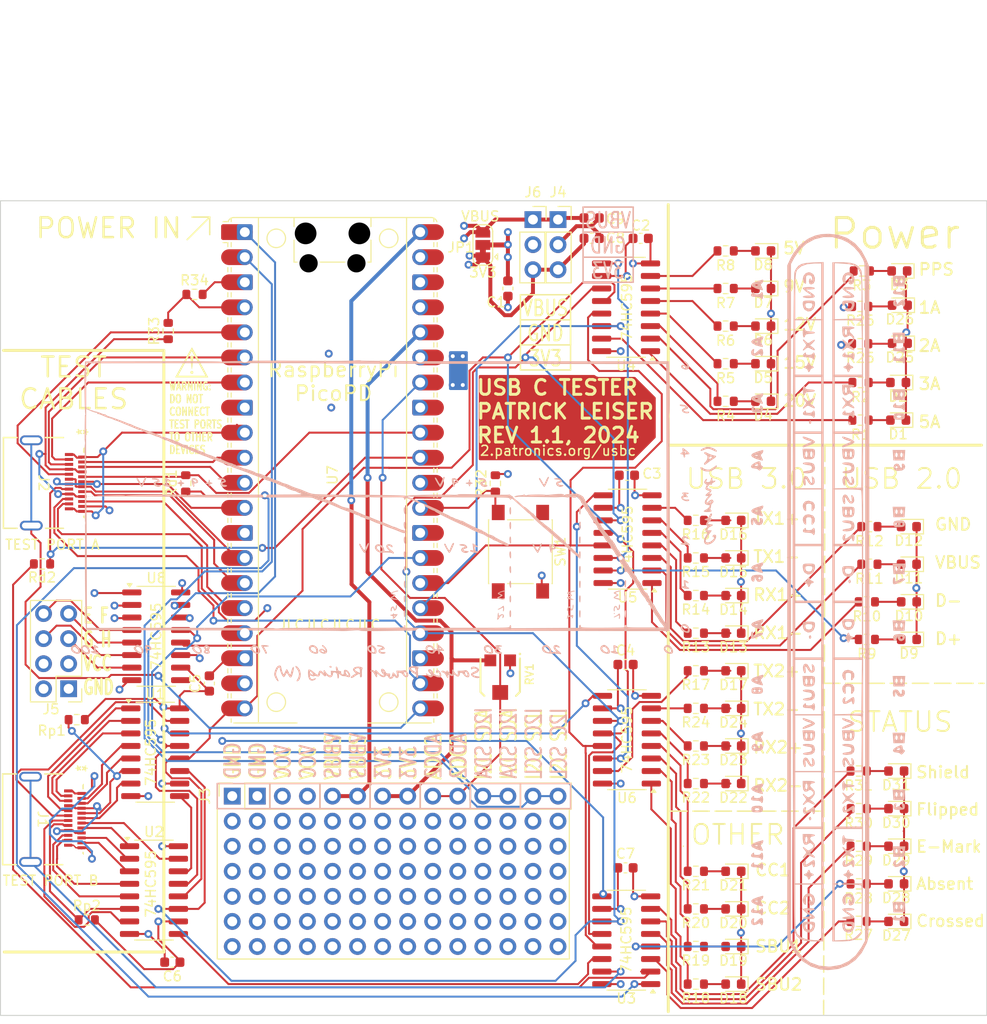
<source format=kicad_pcb>
(kicad_pcb (version 20240108) (generator "pcbnew") (generator_version "8.0")
  (layers (0 "F.Cu" signal) (1 "In1.Cu" signal) (2 "In2.Cu" signal) (31 "B.Cu" signal) (34 "B.Paste" user) (35 "F.Paste" user) (36 "B.SilkS" user "B.Silkscreen") (37 "F.SilkS" user "F.Silkscreen") (38 "B.Mask" user) (39 "F.Mask" user) (44 "Edge.Cuts" user))
  (net 0 "")
  (net 1 "Net-(D1-A)")
  (net 2 "Net-(D2-A)")
  (net 3 "Net-(D3-A)")
  (net 4 "Net-(D4-A)")
  (net 5 "Net-(D5-A)")
  (net 6 "Net-(D6-A)")
  (net 7 "Net-(D7-A)")
  (net 8 "Net-(D8-A)")
  (net 9 "Net-(D9-A)")
  (net 10 "Net-(D10-A)")
  (net 11 "Net-(D11-A)")
  (net 12 "Net-(D12-A)")
  (net 13 "Net-(D13-A)")
  (net 14 "Net-(D14-A)")
  (net 15 "Net-(D15-A)")
  (net 16 "Net-(D16-A)")
  (net 17 "GND")
  (net 18 "Net-(D17-A)")
  (net 19 "Net-(D18-A)")
  (net 20 "Net-(D19-A)")
  (net 21 "Net-(D20-A)")
  (net 22 "Net-(D21-A)")
  (net 23 "Net-(D22-A)")
  (net 24 "Net-(D23-A)")
  (net 25 "Net-(D24-A)")
  (net 26 "Net-(U3-QA)")
  (net 27 "Net-(J1-SSTXP1)")
  (net 28 "Net-(J1-SSTXN1)")
  (net 29 "Net-(J2-VBUS-PadA4)")
  (net 30 "Net-(J1-CC1)")
  (net 31 "Net-(J1-DP1)")
  (net 32 "Net-(J1-DN1)")
  (net 33 "Net-(J1-SBU1)")
  (net 34 "Net-(J1-SSRXN2)")
  (net 35 "Net-(J1-SSRXP2)")
  (net 36 "Net-(J1-SSTXP2)")
  (net 37 "Net-(J1-SSTXN2)")
  (net 38 "Net-(U4-QA)")
  (net 39 "Net-(U4-QB)")
  (net 40 "Net-(U4-QC)")
  (net 41 "Net-(U4-QD)")
  (net 42 "Net-(U4-QE)")
  (net 43 "Net-(U4-QF)")
  (net 44 "Net-(U4-QG)")
  (net 45 "Net-(U4-QH)")
  (net 46 "Net-(U5-QA)")
  (net 47 "Net-(U5-QB)")
  (net 48 "Net-(U5-QC)")
  (net 49 "Net-(U5-QD)")
  (net 50 "Net-(U5-QE)")
  (net 51 "Net-(U5-QF)")
  (net 52 "Net-(U5-QG)")
  (net 53 "Net-(U5-QH)")
  (net 54 "Net-(U6-QA)")
  (net 55 "Net-(U6-QB)")
  (net 56 "Net-(U6-QC)")
  (net 57 "Net-(U6-QD)")
  (net 58 "Net-(U6-QE)")
  (net 59 "Net-(U6-QF)")
  (net 60 "Net-(U6-QG)")
  (net 61 "Net-(U6-QH)")
  (net 62 "Net-(U1-QH')")
  (net 63 "Net-(U2-QH')")
  (net 64 "Net-(U4-QH')")
  (net 65 "Net-(U5-QH')")
  (net 66 "i2cSDA")
  (net 67 "i2cSCL")
  (net 70 "GPIO28")
  (net 74 "Net-(J1-CC2)")
  (net 75 "Net-(J1-DP2)")
  (net 76 "Net-(J1-DN2)")
  (net 77 "Net-(J1-SBU2)")
  (net 78 "+3V3")
  (net 79 "SRCLK")
  (net 80 "RCLK")
  (net 81 "Net-(U1-~{OE})")
  (net 82 "Net-(J1-SSRXN1)")
  (net 83 "Net-(J1-SSRXP1)")
  (net 84 "Net-(D27-A)")
  (net 85 "Net-(D28-A)")
  (net 86 "Net-(D29-A)")
  (net 87 "Net-(D30-A)")
  (net 88 "Net-(D31-A)")
  (net 89 "Net-(U3-QB)")
  (net 90 "Net-(U4-SER)")
  (net 91 "Net-(U7-GPIO22)")
  (net 92 "VBUS")
  (net 93 "VCC")
  (net 94 "Net-(U3-QC)")
  (net 95 "Net-(U3-QD)")
  (net 96 "Net-(U3-QE)")
  (net 97 "Net-(U3-QF)")
  (net 98 "Net-(U3-QG)")
  (net 99 "Net-(U3-QH)")
  (net 100 "Net-(U1-SER)")
  (net 101 "Net-(J2-CC1)")
  (net 102 "Net-(J2-DP1)")
  (net 103 "Net-(J2-DN1)")
  (net 104 "Net-(J2-CC2)")
  (net 105 "Net-(U3-~{OE})")
  (net 106 "Net-(U7-GPIO16)")
  (net 107 "Net-(U7-GPIO6)")
  (net 108 "Net-(J2-SSTXP1)")
  (net 109 "Net-(J2-SSTXN1)")
  (net 110 "Net-(J2-SBU1)")
  (net 111 "Net-(J2-SSRXN2)")
  (net 112 "Net-(J2-SSRXP2)")
  (net 113 "Net-(J2-SSTXP2)")
  (net 114 "Net-(J2-SSTXN2)")
  (net 115 "Net-(J2-SBU2)")
  (net 116 "Net-(J2-SSRXN1)")
  (net 117 "Net-(J2-SSRXP1)")
  (net 118 "Net-(U7-GPIO2)")
  (net 119 "Net-(U8-QB)")
  (net 120 "Net-(U8-QA)")
  (net 121 "Net-(U3-QH')")
  (net 123 "Net-(J5-Pin_5)")
  (net 124 "Net-(J5-Pin_8)")
  (net 125 "Net-(D25-A)")
  (net 126 "Net-(J5-Pin_6)")
  (net 127 "Net-(D26-A)")
  (net 128 "Net-(J5-Pin_7)")
  (net 129 "Net-(U8-QC)")
  (net 130 "Net-(U8-QD)")
  (footprint "Resistor_SMD:R_0603_1608Metric" (layer "F.Cu") (at 205.74 123.19)
    (property "Reference" "R30")
    (property "Value" "R")
  )
  (footprint "LED_SMD:LED_0603_1608Metric" (layer "F.Cu") (at 193.04 97.79 180)
    (property "Reference" "D15")
    (property "Value" "LED")
  )
  (footprint "Capacitor_SMD:C_0603_1608Metric" (layer "F.Cu") (at 182.099 129.189)
    (property "Reference" "C7")
    (property "Value" "C")
  )
  (footprint "Module_RaspberryPi_Pico:RaspberryPi_Pico_Common" (layer "F.Cu") (at 152.4 88.9)
    (property "Reference" "U7")
    (property "Value" "RaspberryPi_Pico" (hide yes))
  )
  (footprint "LED_SMD:LED_0603_1608Metric" (layer "F.Cu") (at 193.04 133.35 180)
    (property "Reference" "D20")
    (property "Value" "LED")
  )
  (footprint "Resistor_SMD:R_0603_1608Metric" (layer "F.Cu") (at 189.23 113.03)
    (property "Reference" "R24")
    (property "Value" "R")
  )
  (footprint "LED_SMD:LED_0603_1608Metric" (layer "F.Cu") (at 209.91 76.04 180)
    (property "Reference" "D25")
    (property "Value" "LED")
  )
  (footprint "Capacitor_SMD:C_0603_1608Metric" (layer "F.Cu") (at 136.163 138.751 180)
    (property "Reference" "C6")
    (property "Value" "C")
  )
  (footprint "Resistor_SMD:R_0603_1608Metric" (layer "F.Cu") (at 205.721 134.613)
    (property "Reference" "R27")
    (property "Value" "R")
  )
  (footprint "ProtoBoard:ProtoBoard 14x6" (layer "F.Cu") (at 154.94 119.38)
    (property "Reference" "PB1" (hide yes))
    (property "Value" "~" (hide yes))
  )
  (footprint "Resistor_SMD:R_0603_1608Metric" (layer "F.Cu") (at 192.2525 78.105)
    (property "Reference" "R5")
    (property "Value" "R")
  )
  (footprint "Resistor_SMD:R_0603_1608Metric" (layer "F.Cu") (at 205.74 127)
    (property "Reference" "R29")
    (property "Value" "R")
  )
  (footprint "LED_SMD:LED_0603_1608Metric" (layer "F.Cu") (at 209.55 127 180)
    (property "Reference" "D29")
    (property "Value" "LED")
  )
  (footprint "MountingHole:MountingHole_3.2mm_M3" (layer "F.Cu") (at 210 140)
    (property "Reference" "H1" (hide yes))
    (property "Value" "MountingHole")
  )
  (footprint "Capacitor_SMD:C_0603_1608Metric" (layer "F.Cu") (at 139.917 110.509 90)
    (property "Reference" "C5")
    (property "Value" "C")
  )
  (footprint "LED_SMD:LED_0603_1608Metric" (layer "F.Cu") (at 196.0625 78.105 180)
    (property "Reference" "D5")
    (property "Value" "LED")
  )
  (footprint "MountingHole:MountingHole_3.2mm_M3" (layer "F.Cu") (at 125 70)
    (property "Reference" "H3" (hide yes))
    (property "Value" "MountingHole")
  )
  (footprint "Connector_PinHeader_2.54mm:PinHeader_2x04_P2.54mm_Vertical" (layer "F.Cu") (at 125.65 111.045 180)
    (property "Reference" "J5")
    (property "Value" "Conn_01x08")
  )
  (footprint "Resistor_SMD:R_0603_1608Metric" (layer "F.Cu") (at 189.23 101.6)
    (property "Reference" "R14")
    (property "Value" "R")
  )
  (footprint "Package_SO:SOIC-16_3.9x9.9mm_P1.27mm" (layer "F.Cu") (at 134.535 105.725)
    (property "Reference" "U8")
    (property "Value" "74HC595")
  )
  (footprint "LED_SMD:LED_0603_1608Metric" (layer "F.Cu") (at 209.867 68.707 180)
    (property "Reference" "D3")
    (property "Value" "LED")
  )
  (footprint "Capacitor_SMD:C_0603_1608Metric" (layer "F.Cu") (at 182.245 89.408)
    (property "Reference" "C3")
    (property "Value" "C")
  )
  (footprint "Resistor_SMD:R_0603_1608Metric" (layer "F.Cu") (at 205.74 130.81)
    (property "Reference" "R28")
    (property "Value" "R")
  )
  (footprint "Resistor_SMD:R_0603_1608Metric" (layer "F.Cu") (at 205.9 72.3 180)
    (property "Reference" "R26")
    (property "Value" "R")
  )
  (footprint "Resistor_SMD:R_0603_1608Metric" (layer "F.Cu") (at 122.955 98.395)
    (property "Reference" "Rd2")
    (property "Value" "5k1")
  )
  (footprint "LED_SMD:LED_0603_1608Metric" (layer "F.Cu") (at 210.82 98.425 180)
    (property "Reference" "D11")
    (property "Value" "LED")
  )
  (footprint "Button_Switch_SMD:SW_Push_1P1T_NO_6x6mm_H9.5mm" (layer "F.Cu") (at 171.45 97.155 -90)
    (property "Reference" "SW1")
    (property "Value" "SW_Push")
  )
  (footprint "LED_SMD:LED_0603_1608Metric" (layer "F.Cu") (at 210.8325 106.045 180)
    (property "Reference" "D9")
    (property "Value" "LED")
  )
  (footprint "LED_SMD:LED_0603_1608Metric" (layer "F.Cu") (at 210.8325 102.235 180)
    (property "Reference" "D10")
    (property "Value" "LED")
  )
  (footprint "Resistor_SMD:R_0603_1608Metric" (layer "F.Cu") (at 205.9 76.08 180)
    (property "Reference" "R25")
    (property "Value" "R")
  )
  (footprint "Resistor_SMD:R_0603_1608Metric" (layer "F.Cu") (at 126.473 114.173)
    (property "Reference" "Rp1")
    (property "Value" "36k")
  )
  (footprint "Resistor_SMD:R_0603_1608Metric" (layer "F.Cu") (at 206.82 94.615)
    (property "Reference" "R12")
    (property "Value" "R")
  )
  (footprint "Resistor_SMD:R_0603_1608Metric" (layer "F.Cu") (at 127.489 134.463)
    (property "Reference" "Rp2")
    (property "Value" "36k")
  )
  (footprint "Resistor_SMD:R_0603_1608Metric" (layer "F.Cu") (at 192.2525 66.675)
    (property "Reference" "R8")
    (property "Value" "R")
  )
  (footprint "LED_SMD:LED_0603_1608Metric" (layer "F.Cu") (at 209.55 134.62 180)
    (property "Reference" "D27")
    (property "Value" "LED")
  )
  (footprint "Resistor_SMD:R_0603_1608Metric" (layer "F.Cu") (at 189.23 140.97)
    (property "Reference" "R18")
    (property "Value" "R")
  )
  (footprint "LED_SMD:LED_0603_1608Metric" (layer "F.Cu") (at 193.04 120.65 180)
    (property "Reference" "D22")
    (property "Value" "LED")
  )
  (footprint "LED_SMD:LED_0603_1608Metric" (layer "F.Cu") (at 196.0625 74.295 180)
    (property "Reference" "D6")
    (property "Value" "LED")
  )
  (footprint "LED_SMD:LED_0603_1608Metric" (layer "F.Cu") (at 193.04 137.16 180)
    (property "Reference" "D19")
    (property "Value" "LED")
  )
  (footprint "Package_SO:SOIC-16_3.9x9.9mm_P1.27mm" (layer "F.Cu") (at 182.1575 72.39 180)
    (property "Reference" "U4")
    (property "Value" "74HC595")
  )
  (footprint "LED_SMD:LED_0603_1608Metric" (layer "F.Cu") (at 209.55 123.19 180)
    (property "Reference" "D30")
    (property "Value" "LED")
  )
  (footprint "USBCFootprint:USB4080-03-A_GCT_RoundHoles" (layer "F.Cu") (at 123.0376 124.27204 -90)
    (property "Reference" "J1")
    (property "Value" "USB4080-03-A")
  )
  (footprint "LED_SMD:LED_0603_1608Metric" (layer "F.Cu") (at 209.55 130.81 180)
    (property "Reference" "D28")
    (property "Value" "LED")
  )
  (footprint "Resistor_SMD:R_0603_1608Metric" (layer "F.Cu") (at 205.93 80.01)
    (property "Reference" "R2")
    (property "Value" "R")
  )
  (footprint "Capacitor_SMD:C_0603_1608Metric" (layer "F.Cu") (at 182.105 108.585)
    (property "Reference" "C4")
    (property "Value" "C")
  )
  (footprint "Package_SO:SOIC-16_3.9x9.9mm_P1.27mm" (layer "F.Cu") (at 182.18 136.525 180)
    (property "Reference" "U3")
    (property "Value" "74HC595")
  )
  (footprint "Connector_PinSocket_2.54mm:PinSocket_1x03_P2.54mm_Vertical" (layer "F.Cu") (at 172.72 63.5)
    (property "Reference" "J6")
    (property "Value" "Conn_01x03")
  )
  (footprint "Jumper:SolderJumper-3_P1.3mm_Bridged12_RoundedPad1.0x1.5mm" (layer "F.Cu") (at 167.64 66.07 90)
    (property "Reference" "JP1")
    (property "Value" "SolderJumper_3_Bridged12")
  )
  (footprint "Connector_PinSocket_2.54mm:PinSocket_1x03_P2.54mm_Vertical" (layer "F.Cu") (at 175.26 63.5)
    (property "Reference" "J4")
    (property "Value" "Conn_01x03")
  )
  (footprint "LED_SMD:LED_0603_1608Metric" (layer "F.Cu") (at 193.04 93.98 180)
    (property "Reference" "D16")
    (property "Value" "LED")
  )
  (footprint "Resistor_SMD:R_0603_1608Metric" (layer "F.Cu") (at 206.057 68.707)
    (property "Reference" "R3")
    (property "Value" "R")
  )
  (footprint "Capacitor_SMD:C_0603_1608Metric" (layer "F.Cu") (at 183.642 65.405)
    (property "Reference" "C2")
    (property "Value" "C")
  )
  (footprint "Capacitor_SMD:C_0603_1608Metric" (layer "F.Cu") (at 178.67 65.398)
    (property "Reference" "C8")
    (property "Value" "C")
  )
  (footprint "Resistor_SMD:R_0603_1608Metric" (layer "F.Cu") (at 206.82 98.425)
    (property "Reference" "R11")
    (property "Value" "R")
  )
  (footprint "LED_SMD:LED_0603_1608Metric" (layer "F.Cu") (at 209.74 83.82 180)
    (property "Reference" "D1")
    (property "Value" "LED")
  )
  (footprint "Resistor_SMD:R_0603_1608Metric" (layer "F.Cu") (at 189.23 137.16)
    (property "Reference" "R19")
    (property "Value" "R")
  )
  (footprint "LED_SMD:LED_0603_1608Metric" (layer "F.Cu") (at 196.0625 70.485 180)
    (property "Reference" "D7")
    (property "Value" "LED")
  )
  (footprint "LED_SMD:LED_0603_1608Metric" (layer "F.Cu") (at 209.55 119.38 180)
    (property "Reference" "D31")
    (property "Value" "LED")
  )
  (footprint "Resistor_SMD:R_0603_1608Metric" (layer "F.Cu") (at 192.2525 81.915)
    (property "Reference" "R4")
    (property "Value" "R")
  )
  (footprint "LED_SMD:LED_0603_1608Metric" (layer "F.Cu") (at 196.0625 81.915 180)
    (property "Reference" "D4")
    (property "Value" "LED")
  )
  (footprint "Resistor_SMD:R_0603_1608Metric" (layer "F.Cu") (at 189.23 129.54)
    (property "Reference" "R21")
    (property "Value" "R")
  )
  (footprint "LED_SMD:LED_0603_1608Metric" (layer "F.Cu") (at 193.04 101.6 180)
    (property "Reference" "D14")
    (property "Value" "LED")
  )
  (footprint "Resistor_SMD:R_0603_1608Metric" (layer "F.Cu") (at 192.2525 74.295)
    (property "Reference" "R6")
    (property "Value" "R")
  )
  (footprint "Resistor_SMD:R_0603_1608Metric" (layer "F.Cu") (at 189.23 97.79)
    (property "Reference" "R15")
    (property "Value" "R")
  )
  (footprint "Resistor_SMD:R_0603_1608Metric" (layer "F.Cu") (at 189.23 93.98)
    (property "Reference" "R16")
    (property "Value" "R")
  )
  (footprint "Resistor_SMD:R_0603_1608Metric" (layer "F.Cu") (at 189.23 120.65)
    (property "Reference" "R22")
    (property "Value" "R")
  )
  (footprint "Resistor_SMD:R_0603_1608Metric" (layer "F.Cu") (at 205.93 83.82)
    (property "Reference" "R1")
    (property "Value" "R")
  )
  (footprint "Resistor_SMD:R_0603_1608Metric" (layer "F.Cu") (at 189.23 133.35)
    (property "Reference" "R20")
    (property "Value" "R")
  )
  (footprint "Resistor_SMD:R_0603_1608Metric" (layer "F.Cu") (at 135.744 74.796 90)
    (property "Reference" "R33")
    (property "Value" "6.8k")
  )
  (footprint "Resistor_SMD:R_0603_1608Metric" (layer "F.Cu") (at 206.565 106.045)
    (property "Reference" "R9")
    (property "Value" "R")
  )
  (footprint "Resistor_SMD:R_0603_1608Metric" (layer "F.Cu") (at 206.565 102.235)
    (property "Reference" "R10")
    (property "Value" "R")
  )
  (footprint "LED_SMD:LED_0603_1608Metric" (layer "F.Cu") (at 193.04 140.97 180)
    (property "Reference" "D18")
    (property "Value" "LED")
  )
  (footprint "Package_SO:SOIC-16_3.9x9.9mm_P1.27mm" (layer "F.Cu") (at 134.301 131.445)
    (property "Reference" "U2")
    (property "Value" "74HC595")
  )
  (footprint "Capacitor_SMD:C_0603_1608Metric" (layer "F.Cu") (at 170.18 70.485 -90)
    (property "Reference" "C1")
    (property "Value" "C")
  )
  (footprint "Resistor_SMD:R_0603_1608Metric" (layer "F.Cu") (at 189.23 109.22)
    (property "Reference" "R17")
    (property "Value" "R")
  )
  (footprint "LED_SMD:LED_0603_1608Metric" (layer "F.Cu") (at 209.91 72.18 180)
    (property "Reference" "D26")
    (property "Value" "LED")
  )
  (footprint "Resistor_SMD:R_0603_1608Metric" (layer "F.Cu") (at 138.411 71.083)
    (property "Reference" "R34")
    (property "Value" "12k")
  )
  (footprint "Capacitor_SMD:C_0603_1608Metric" (layer "F.Cu") (at 178.67 63.336)
    (property "Reference" "C9")
    (property "Value" "C")
  )
  (footprint "Resistor_SMD:R_0603_1608Metric" (layer "F.Cu") (at 168.91 90.233 90)
    (property "Reference" "R32")
    (property "Value" "10k")
  )
  (footprint "Connector_PinSocket_2.54mm:PinSocket_1x14_P2.54mm_Vertical" (layer "F.Cu") (at 142.24 121.92 90)
    (property "Reference" "J3")
    (property "Value" "Conn_01x14")
  )
  (footprint "Resistor_SMD:R_0603_1608Metric" (layer "F.Cu") (at 205.74 119.38)
    (property "Reference" "R31")
    (property "Value" "R")
  )
  (footprint "LED_SMD:LED_0603_1608Metric" (layer "F.Cu") (at 193.04 113.03 180)
    (property "Reference" "D24")
    (property "Value" "LED")
  )
  (footprint "Potentiometer_SMD:TRIM_35WR10KLFTR" (layer "F.Cu") (at 169.399 109.767 -90)
    (property "Reference" "RV1")
    (property "Value" "R_Potentiometer")
  )
  (footprint "Resistor_SMD:R_0603_1608Metric" (layer "F.Cu") (at 137.522 90.23 90)
    (property "Reference" "Rd1")
    (property "Value" "5k1")
  )
  (footprint "LED_SMD:LED_0603_1608Metric" (layer "F.Cu") (at 193.04 105.41 180)
    (property "Reference" "D13")
    (property "Value" "LED")
  )
  (footprint "LED_SMD:LED_0603_1608Metric" (layer "F.Cu") (at 209.74 80.01 180)
    (property "Reference" "D2")
    (property "Value" "LED")
  )
  (footprint "Resistor_SMD:R_0603_1608Metric" (layer "F.Cu") (at 189.23 105.41)
    (property "Reference" "R13")
    (property "Value" "R")
  )
  (footprint "USBCFootprint:USB4080-03-A_GCT_RoundHoles" (layer "F.Cu") (at 123.1171 90.18524 -90)
    (property "Reference" "J2")
    (property "Value" "USB4080-03-A")
  )
  (footprint "Package_SO:SOIC-16_3.9x9.9mm_P1.27mm" (layer "F.Cu") (at 134.431 117.475)
    (property "Reference" "U1")
    (property "Value" "74HC595")
  )
  (footprint "LED_SMD:LED_0603_1608Metric" (layer "F.Cu") (at 196.0625 66.675 180)
    (property "Reference" "D8")
    (property "Value" "LED")
  )
  (footprint "Package_SO:SOIC-16_3.9x9.9mm_P1.27mm" (layer "F.Cu") (at 182.31 95.885 180)
    (property "Reference" "U5")
    (property "Value" "74HC595")
  )
  (footprint "Resistor_SMD:R_0603_1608Metric" (layer "F.Cu") (at 189.23 116.84)
    (property "Reference" "R23")
    (property "Value" "R")
  )
  (footprint "Resistor_SMD:R_0603_1608Metric" (layer "F.Cu") (at 192.2525 70.485)
    (property "Reference" "R7")
    (property "Value" "R")
  )
  (footprint "LED_SMD:LED_0603_1608Metric" (layer "F.Cu") (at 193.04 129.54 180)
    (property "Reference" "D21")
    (property "Value" "LED")
  )
  (footprint "LED_SMD:LED_0603_1608Metric" (layer "F.Cu") (at 193.04 116.84 180)
    (property "Reference" "D23")
    (property "Value" "LED")
  )
  (footprint "LED_SMD:LED_0603_1608Metric" (layer "F.Cu") (at 193.04 109.22 180)
    (property "Reference" "D17")
    (property "Value" "LED")
  )
  (footprint "LED_SMD:LED_0603_1608Metric" (layer "F.Cu") (at 210.82 94.615 180)
    (property "Reference" "D12")
    (property "Value" "LED")
  )
  (footprint "MountingHole:MountingHole_3.2mm_M3" (layer "F.Cu") (at 125 140)
    (property "Reference" "H2" (hide yes))
    (property "Value" "MountingHole")
  )
  (footprint "Package_SO:SOIC-16_3.9x9.9mm_P1.27mm" (layer "F.Cu") (at 182.245 116.205 180)
    (property "Reference" "U6")
    (property "Value" "74HC595")
  )
  (footprint "USBCFootprint:SilkScreenReference" (layer "B.Cu") (at 202.565 102.235 -90)
    (property "Reference" "G***" (hide yes))
    (property "Value" "LOGO" (hide yes))
  )
  (footprint "LOGO" (layer "B.Cu") (at 158.75 93.853 180)
    (property "Reference" "G***" (hide yes))
    (property "Value" "LOGO" (hide yes))
  )
  (gr_line (start 161.29 120.65) (end 161.29 123.19) (stroke (width 0.15)) (layer "B.SilkS"))
  (gr_line (start 182.88 67.31) (end 177.8 67.31) (stroke (width 0.15)) (layer "B.SilkS"))
  (gr_line (start 156.21 120.65) (end 156.21 123.19) (stroke (width 0.15)) (layer "B.SilkS"))
  (gr_line (start 177.8 64.77) (end 182.88 64.77) (stroke (width 0.15)) (layer "B.SilkS"))
  (gr_line (start 176.53 123.19) (end 140.716 123.19) (stroke (width 0.15)) (layer "B.SilkS"))
  (gr_line (start 151.13 120.65) (end 151.13 123.19) (stroke (width 0.15)) (layer "B.SilkS"))
  (gr_line (start 171.45 120.65) (end 171.45 123.19) (stroke (width 0.15)) (layer "B.SilkS"))
  (gr_line (start 166.37 120.65) (end 166.37 123.19) (stroke (width 0.15)) (layer "B.SilkS"))
  (gr_line (start 140.716 123.19) (end 140.716 120.65) (stroke (width 0.15)) (layer "B.SilkS"))
  (gr_line (start 182.88 69.85) (end 182.88 62.23) (stroke (width 0.15)) (layer "B.SilkS"))
  (gr_line (start 176.53 120.65) (end 176.53 123.19) (stroke (width 0.15)) (layer "B.SilkS"))
  (gr_line (start 177.8 62.23) (end 177.8 69.85) (stroke (width 0.15)) (layer "B.SilkS"))
  (gr_line (start 177.8 69.85) (end 182.88 69.85) (stroke (width 0.15)) (layer "B.SilkS"))
  (gr_line (start 146.05 120.65) (end 146.05 123.19) (stroke (width 0.15)) (layer "B.SilkS"))
  (gr_line (start 140.716 120.65) (end 176.53 120.65) (stroke (width 0.15)) (layer "B.SilkS"))
  (gr_line (start 182.88 62.23) (end 177.8 62.23) (stroke (width 0.15)) (layer "B.SilkS"))
  (gr_line (start 146.05 120.65) (end 146.05 123.19) (stroke (width 0.15)) (layer "F.SilkS"))
  (gr_line (start 202.311 86.36) (end 202.184 144.018) (stroke (width 0.15) (type dash)) (layer "F.SilkS"))
  (gr_line (start 176.53 78.74) (end 176.53 71.12) (stroke (width 0.15)) (layer "F.SilkS"))
  (gr_line (start 139.954 64.77) (end 139.954 65.024) (stroke (width 0.15)) (layer "F.SilkS"))
  (gr_line (start 138.176 63.246) (end 139.954 63.246) (stroke (width 0.15)) (layer "F.SilkS"))
  (gr_line (start 176.53 76.2) (end 171.45 76.2) (stroke (width 0.15)) (layer "F.SilkS"))
  (gr_line (start 176.53 73.66) (end 176.53 76.2) (stroke (width 0.15)) (layer "F.SilkS"))
  (gr_line (start 139.954 63.246) (end 139.954 64.77) (stroke (width 0.15)) (layer "F.SilkS"))
  (gr_line (start 186.436 86.36) (end 218.186 86.36) (stroke (width 0.3)) (layer "F.SilkS"))
  (gr_line (start 171.45 71.12) (end 171.45 78.74) (stroke (width 0.15)) (layer "F.SilkS"))
  (gr_line (start 186.436 61.976) (end 186.436 143.764) (stroke (width 0.3)) (layer "F.SilkS"))
  (gr_line (start 156.21 120.65) (end 156.21 123.19) (stroke (width 0.15)) (layer "F.SilkS"))
  (gr_line (start 186.69 123.444) (end 202.184 123.444) (stroke (width 0.15) (type dash)) (layer "F.SilkS"))
  (gr_line (start 135.3058 137.7188) (end 119.126 137.7188) (stroke (width 0.3)) (layer "F.SilkS"))
  (gr_line (start 171.45 78.74) (end 176.53 78.74) (stroke (width 0.15)) (layer "F.SilkS"))
  (gr_line (start 187.96 127) (end 187.96 127) (stroke (width 0.15) (type dash)) (layer "F.SilkS"))
  (gr_line (start 166.37 120.65) (end 166.37 123.19) (stroke (width 0.15)) (layer "F.SilkS"))
  (gr_line (start 135.3058 76.7588) (end 135.3058 137.7188) (stroke (width 0.3)) (layer "F.SilkS"))
  (gr_line (start 176.53 71.12) (end 171.45 71.12) (stroke (width 0.15)) (layer "F.SilkS"))
  (gr_line (start 171.45 73.66) (end 176.53 73.66) (stroke (width 0.15)) (layer "F.SilkS"))
  (gr_line (start 161.29 120.65) (end 161.29 123.19) (stroke (width 0.15)) (layer "F.SilkS"))
  (gr_line (start 202.184 110.49) (end 218.44 110.49) (stroke (width 0.15) (type dash)) (layer "F.SilkS"))
  (gr_line (start 137.668 65.532) (end 139.954 63.246) (stroke (width 0.15)) (layer "F.SilkS"))
  (gr_line (start 151.13 120.65) (end 151.13 123.19) (stroke (width 0.15)) (layer "F.SilkS"))
  (gr_line (start 171.45 120.65) (end 171.45 123.19) (stroke (width 0.15)) (layer "F.SilkS"))
  (gr_line (start 139.954 63.246) (end 138.176 63.246) (stroke (width 0.15)) (layer "F.SilkS"))
  (gr_line (start 119.0498 76.7588) (end 135.3058 76.7588) (stroke (width 0.3)) (layer "F.SilkS"))
  (gr_rect (start 118.745 61.595) (end 218.7194 144.145) (stroke (width 0.1)) (fill none) (layer "Edge.Cuts"))
  (gr_text "GND\nGND\nVCC\nVCC\nVBUS\nVBUS\n3V3\n3V3\nADC2\nADC2\nI2C SDA\nI2C SDA\nI2C SCL\nI2C SCL" (at 176.276 120.269 90) (layer "B.SilkS") (effects (font (size 1.58 1.2) (thickness 0.2) (bold yes)) (justify right bottom mirror)))
  (gr_text "VBUS\nGND\n3V3" (at 180.34 69.596 0) (layer "B.SilkS") (effects (font (size 1.58 1.2) (thickness 0.2) (bold yes)) (justify bottom mirror)))
  (gr_text "GND\nGND\nVCC\nVCC\nVBUS\nVBUS\n3V3\n3V3\nADC2\nADC2\nI2C SDA\nI2C SDA\nI2C SCL\nI2C SCL" (at 176.276 120.396 90) (layer "F.SilkS") (effects (font (size 1.58 1.2) (thickness 0.2) (bold yes)) (justify left bottom)))
  (gr_text "PPS\n\n1A\n\n2A\n\n3A\n\n5A" (at 211.709 84.709 0) (layer "F.SilkS") (effects (font (size 1.2 1.2) (thickness 0.2) (bold yes)) (justify left bottom)))
  (gr_text "USB 2.0" (at 203.835 90.932 0) (layer "F.SilkS") (effects (font (size 2 2) (thickness 0.2)) (justify left bottom)))
  (gr_text "74HC595" (at 182.245 72.39 90) (layer "F.SilkS") (effects (font (size 1 1))))
  (gr_text "⚠" (at 136.2456 80.01 0) (layer "F.SilkS") (effects (font (size 3 3)) (justify left bottom)))
  (gr_text "74HC595" (at 182.31 95.885 90) (layer "F.SilkS") (effects (font (size 1 1))))
  (gr_text "WARNING: \nDO NOT\nCONNECT \nTEST PORTS\nTO OTHER \nDEVICES" (at 135.763 87.2998 0) (layer "F.SilkS") (effects (font (size 0.8 0.6) (thickness 0.15) (bold yes)) (justify left bottom)))
  (gr_text "74HC595" (at 133.985 117.475 90) (layer "F.SilkS") (effects (font (size 1 1))))
  (gr_text "JLCJLCJLCJLC" (at 146.8628 105.156 0) (layer "F.SilkS") (effects (font (size 1 1)) (justify left bottom)))
  (gr_text "Shield\n\nFlipped\n\nE-Mark\n\nAbsent\n\nCrossed" (at 211.455 135.255 0) (layer "F.SilkS") (effects (font (size 1.17 1.17) (thickness 0.2) (bold yes)) (justify left bottom)))
  (gr_text "74HC595" (at 182.18 136.525 90) (layer "F.SilkS") (effects (font (size 1 1))))
  (gr_text "3V3" (at 166.1668 69.4436 0) (layer "F.SilkS") (effects (font (size 1 1)) (justify left bottom)))
  (gr_text "USB C TESTER\nPATRICK LEISER\nREV 1.1, 2024" (at 166.878 86.233 0) (layer "F.SilkS") (effects (font (size 1.5 1.5) (thickness 0.3) (bold yes)) (justify left bottom)))
  (gr_text "2.patronics.org/usbc" (at 167.259 87.503 0) (layer "F.SilkS") (effects (font (size 1 1)) (justify left bottom)))
  (gr_text "74HC595" (at 133.985 130.81 90) (layer "F.SilkS") (effects (font (size 1 1))))
  (gr_text "STATUS" (at 204.47 115.57 0) (layer "F.SilkS") (effects (font (size 2 2) (thickness 0.2)) (justify left bottom)))
  (gr_text "74HC595" (at 134.535 105.725 90) (layer "F.SilkS") (effects (font (size 1 1))))
  (gr_text "CC1\n\nCC2\n\nSBU1\n\nSBU2" (at 195.1345 141.705 0) (layer "F.SilkS") (effects (font (size 1.2 1.2) (thickness 0.2) (bold yes)) (justify left bottom)))
  (gr_text "TX1+\n\nTX1-\n\nRX1+\n\nRX1-\n\nTX2+\n\nTX2-\n\nRX2+\n\nRX2-" (at 194.945 121.539 0) (layer "F.SilkS") (effects (font (size 1.2 1.2) (thickness 0.2) (bold yes)) (justify left bottom)))
  (gr_text "VBUS" (at 165.354 63.754 0) (layer "F.SilkS") (effects (font (size 1 1)) (justify left bottom)))
  (gr_text "TEST\nCABLES" (at 126.1618 82.8548 0) (layer "F.SilkS") (effects (font (size 2 2) (thickness 0.25)) (justify bottom)))
  (gr_text "OTHER" (at 188.595 127 0) (layer "F.SilkS") (effects (font (size 2 2) (thickness 0.2)) (justify left bottom)))
  (gr_text "74HC595" (at 182.245 116.205 90) (layer "F.SilkS") (effects (font (size 1 1))))
  (gr_text "POWER IN" (at 122.174 65.532 0) (layer "F.SilkS") (effects (font (size 2 2) (thickness 0.25)) (justify left bottom)))
  (gr_text "RaspberryPi\nPicoPD" (at 152.5016 81.9912 0) (layer "F.SilkS") (effects (font (size 1.5 1.5) (thickness 0.2)) (justify bottom)))
  (gr_text "TEST PORT A" (at 119.126 97.028 0) (layer "F.SilkS") (effects (font (size 1 1)) (justify left bottom)))
  (gr_text "TEST PORT B" (at 118.872 131.064 0) (layer "F.SilkS") (effects (font (size 1 1)) (justify left bottom)))
  (gr_text "E F\nG H\nVCC\nGND" (at 127 111.76 0) (layer "F.SilkS") (effects (font (size 1.5 1) (thickness 0.25) (bold yes)) (justify left bottom)))
  (gr_text "5V\n\n9V\n\n12V\n\n15V\n\n20V" (at 197.9675 82.55 0) (layer "F.SilkS") (effects (font (size 1.2 1.2) (thickness 0.2) (bold yes)) (justify left bottom)))
  (gr_text "USB 3.0" (at 188.087 90.932 0) (layer "F.SilkS") (effects (font (size 2 2) (thickness 0.2)) (justify left bottom)))
  (gr_text "VBUS\nGND\n3V3" (at 173.99 78.486 0) (layer "F.SilkS") (effects (font (size 1.58 1.2) (thickness 0.2) (bold yes)) (justify bottom)))
  (gr_text "GND\n\nVBUS\n\nD-\n\nD+" (at 213.36 106.68 0) (layer "F.SilkS") (effects (font (size 1.2 1.2) (thickness 0.2) (bold yes)) (justify left bottom)))
  (gr_text "Power" (at 202.565 66.675 0) (layer "F.SilkS") (effects (font (size 3 3) (thickness 0.3)) (justify left bottom)))
  (segment (start 206.755 83.82) (end 208.9525 83.82) (width 0.2) (layer "F.Cu") (net 1))
  (segment (start 206.755 80.01) (end 208.9525 80.01) (width 0.2) (layer "F.Cu") (net 2))
  (segment (start 206.755 68.707) (end 208.9525 68.707) (width 0.2) (layer "F.Cu") (net 3))
  (segment (start 195.275 81.915) (end 193.0775 81.915) (width 0.2) (layer "F.Cu") (net 4))
  (segment (start 193.0775 78.105) (end 195.275 78.105) (width 0.2) (layer "F.Cu") (net 5))
  (segment (start 195.275 74.295) (end 193.0775 74.295) (width 0.2) (layer "F.Cu") (net 6))
  (segment (start 195.275 70.485) (end 193.0775 70.485) (width 0.2) (layer "F.Cu") (net 7))
  (segment (start 193.0775 66.675) (end 195.275 66.675) (width 0.2) (layer "F.Cu") (net 8))
  (segment (start 207.39 106.045) (end 210.045 106.045) (width 0.2) (layer "F.Cu") (net 9))
  (segment (start 207.39 102.235) (end 210.045 102.235) (width 0.2) (layer "F.Cu") (net 10))
  (segment (start 207.645 98.425) (end 210.0325 98.425) (width 0.2) (layer "F.Cu") (net 11))
  (segment (start 207.645 94.615) (end 210.0325 94.615) (width 0.2) (layer "F.Cu") (net 12))
  (segment (start 190.245 105.41) (end 192.735 105.41) (width 0.2) (layer "F.Cu") (net 13))
  (segment (start 190.245 101.6) (end 192.735 101.6) (width 0.2) (layer "F.Cu") (net 14))
  (segment (start 190.245 97.79) (end 192.735 97.79) (width 0.2) (layer "F.Cu") (net 15))
  (segment (start 190.245 93.98) (end 192.735 93.98) (width 0.2) (layer "F.Cu") (net 16))
  (segment (start 170.399 109.439) (end 170.434 109.474) (width 0.2) (layer "F.Cu") (net 17))
  (segment (start 210.3375 125.5015) (end 210.3375 130.81) (width 0.2) (layer "F.Cu") (net 17))
  (segment (start 210.5275 83.82) (end 210.5275 80.01) (width 0.2) (layer "F.Cu") (net 17))
  (segment (start 132.06 110.17) (end 131.765 110.17) (width 0.2) (layer "F.Cu") (net 17))
  (segment (start 169.037 89.281) (end 168.91 89.408) (width 0.2) (layer "F.Cu") (net 17))
  (segment (start 179.445 65.398) (end 179.445 65.006) (width 0.4) (layer "F.Cu") (net 17))
  (segment (start 210.5275 72.01) (end 210.6975 72.18) (width 0.2) (layer "F.Cu") (net 17))
  (segment (start 193.802 135.636) (end 193.8275 135.6615) (width 0.2) (layer "F.Cu") (net 17))
  (segment (start 141.701 107.95) (end 139.917 109.734) (width 0.2) (layer "F.Cu") (net 17))
  (segment (start 184.85 91.375) (end 184.785 91.44) (width 0.2) (layer "F.Cu") (net 17))
  (segment (start 182.88 108.585) (end 182.88 111.568) (width 0.2) (layer "F.Cu") (net 17))
  (segment (start 193.8275 93.98) (end 193.8275 99.5425) (width 0.2) (layer "F.Cu") (net 17))
  (segment (start 182.88 111.568) (end 183.072 111.76) (width 0.2) (layer "F.Cu") (net 17))
  (segment (start 196.85 81.915) (end 196.85 78.105) (width 0.2) (layer "F.Cu") (net 17))
  (segment (start 210.312 125.476) (end 210.3375 125.5015) (width 0.2) (layer "F.Cu") (net 17))
  (segment (start 193.8275 135.6105) (end 193.802 135.636) (width 0.2) (layer "F.Cu") (net 17))
  (segment (start 184.655 132.08) (end 183.007 132.08) (width 0.2) (layer "F.Cu") (net 17))
  (segment (start 139.236 71.076) (end 140.462 69.85) (width 0.2) (layer "F.Cu") (net 17))
  (segment (start 135.388 138.751) (end 135.388 137.547) (width 0.2) (layer "F.Cu") (net 17))
  (segment (start 177.129 64.171) (end 175.26 66.04) (width 0.4) (layer "F.Cu") (net 17))
  (segment (start 196.85 70.485) (end 196.85 73.025) (width 0.2) (layer "F.Cu") (net 17))
  (segment (start 184.785 131.95) (end 184.655 132.08) (width 0.2) (layer "F.Cu") (net 17))
  (segment (start 184.6325 67.945) (end 182.8545 67.945) (width 0.2) (layer "F.Cu") (net 17))
  (segment (start 193.8275 99.5935) (end 193.8275 105.41) (width 0.2) (layer "F.Cu") (net 17))
  (segment (start 211.6075 100.3555) (end 211.6075 106.0325) (width 0.2) (layer "F.Cu") (net 17))
  (segment (start 184.85 111.63) (end 184.72 111.76) (width 0.2) (layer "F.Cu") (net 17))
  (segment (start 131.765 110.17) (end 130.81 111.125) (width 0.2) (layer "F.Cu") (net 17))
  (segment (start 161.29 107.95) (end 161.969 107.271) (width 0.2) (layer "F.Cu") (net 17))
  (segment (start 170.18 71.26) (end 170.18 72.39) (width 0.4) (layer "F.Cu") (net 17))
  (segment (start 196.85 70.485) (end 196.85 66.675) (width 0.2) (layer "F.Cu") (net 17))
  (segment (start 211.6075 94.615) (end 211.6075 100.3045) (width 0.2) (layer "F.Cu") (net 17))
  (segment (start 210.3375 125.4505) (end 210.312 125.476) (width 0.2) (layer "F.Cu") (net 17))
  (segment (start 178.61 64.171) (end 177.129 64.171) (width 0.4) (layer "F.Cu") (net 17))
  (segment (start 184.6325 67.945) (end 184.6325 65.6205) (width 0.2) (layer "F.Cu") (net 17))
  (segment (start 143.51 107.95) (end 141.701 107.95) (width 0.2) (layer "F.Cu") (net 17))
  (segment (start 210.5275 69.85) (end 210.5275 72.3525) (width 0.2) (layer "F.Cu") (net 17))
  (segment (start 211.6075 100.3045) (end 211.582 100.33) (width 0.2) (layer "F.Cu") (net 17))
  (segment (start 193.8275 115.5955) (end 193.8275 120.65) (width 0.2) (layer "F.Cu") (net 17))
  (segment (start 140.462 69.85) (end 143.51 69.85) (width 0.2) (layer "F.Cu") (net 17))
  (segment (start 183.02 67.7795) (end 182.8545 67.945) (width 0.2) (layer "F.Cu") (net 17))
  (segment (start 179.445 63.336) (end 178.61 64.171) (width 0.4) (layer "F.Cu") (net 17))
  (segment (start 133.731 135.89) (end 131.826 135.89) (width 0.2) (layer "F.Cu") (net 17))
  (segment (start 211.6075 106.0325) (end 211.62 106.045) (width 0.2) (layer "F.Cu") (net 17))
  (segment (start 193.8275 109.22) (end 193.8275 115.5445) (width 0.2) (layer "F.Cu") (net 17))
  (segment (start 183.02 91.388) (end 183.072 91.44) (width 0.2) (layer "F.Cu") (net 17))
  (segment (start 193.8275 99.5425) (end 193.802 99.568) (width 0.2) (layer "F.Cu") (net 17))
  (segment (start 170.18 89.281) (end 169.037 89.281) (width 0.2) (layer "F.Cu") (net 17))
  (segment (start 210.3375 130.81) (end 210.3375 134.62) (width 0.2) (layer "F.Cu") (net 17))
  (segment (start 170.399 108.167) (end 170.399 109.439) (width 0.2) (layer "F.Cu") (net 17))
  (segment (start 183.02 89.408) (end 183.02 91.388) (width 0.2) (layer "F.Cu") (net 17))
  (segment (start 135.388 137.547) (end 133.731 135.89) (width 0.2) (layer "F.Cu") (net 17))
  (segment (start 193.8275 129.54) (end 193.8275 135.6105) (width 0.2) (layer "F.Cu") (net 17))
  (segment (start 182.874 131.947) (end 182.874 129.189) (width 0.2) (layer "F.Cu") (net 17))
  (segment (start 139.236 71.083) (end 139.236 71.076) (width 0.2) (layer "F.Cu") (net 17))
  (segment (start 183.007 132.08) (end 182.874 131.947) (width 0.2) (layer "F.Cu") (net 17))
  (segment (start 210.565 72.39) (end 210.5275 72.4275) (width 0.2) (layer "F.Cu") (net 17))
  (segment (start 131.956 121.92) (end 133.731 121.92) (width 0.2) (layer "F.Cu") (net 17))
  (segment (start 210.5275 72.3525) (end 210.565 72.39) (width 0.2) (layer "F.Cu") (net 17))
  (segment (start 211.582 100.33) (end 211.6075 100.3555) (width 0.2) (layer "F.Cu") (net 17))
  (segment (start 210.3375 119.38) (end 210.3375 125.4505) (width 0.2) (layer "F.Cu") (net 17))
  (segment (start 193.8275 135.6615) (end 193.8275 140.97) (width 0.2) (layer "F.Cu") (net 17))
  (segment (start 184.6325 65.6205) (end 184.417 65.405) (width 0.2) (layer "F.Cu") (net 17))
  (segment (start 210.5275 69.215) (end 210.5275 72.01) (width 0.2) (layer "F.Cu") (net 17))
  (segment (start 196.85 74.295) (end 196.85 73.025) (width 0.2) (layer "F.Cu") (net 17))
  (segment (start 184.785 91.44) (end 183.072 91.44) (width 0.2) (layer "F.Cu") (net 17))
  (segment (start 193.802 99.568) (end 193.8275 99.5935) (width 0.2) (layer "F.Cu") (net 17))
  (segment (start 210.6975 74.7975) (end 210.565 74.93) (width 0.2) (layer "F.Cu") (net 17))
  (segment (start 196.85 78.105) (end 196.85 74.295) (width 0.2) (layer "F.Cu") (net 17))
  (segment (start 210.5275 74.9675) (end 210.5275 81.915) (width 0.2) (layer "F.Cu") (net 17))
  (segment (start 193.802 115.57) (end 193.8275 115.5955) (width 0.2) (layer "F.Cu") (net 17))
  (segment (start 179.445 65.006) (end 178.61 64.171) (width 0.4) (layer "F.Cu") (net 17))
  (segment (start 193.8275 115.5445) (end 193.802 115.57) (width 0.2) (layer "F.Cu") (net 17))
  (segment (start 210.6975 72.18) (end 210.6975 74.7975) (width 0.2) (layer "F.Cu") (net 17))
  (segment (start 184.72 111.76) (end 183.072 111.76) (width 0.2) (layer "F.Cu") (net 17))
  (via (at 193.802 115.57) (size 0.8) (drill 0.4) (layers "F.Cu" "B.Cu") (net 17))
  (via (at 210.565 74.93) (size 0.8) (drill 0.4) (layers "F.Cu" "B.Cu") (net 17))
  (via (at 183.072 111.76) (size 0.8) (drill 0.4) (layers "F.Cu" "B.Cu") (net 17))
  (via (at 211.582 100.838) (size 0.8) (drill 0.4) (layers "F.Cu" "B.Cu") (net 17))
  (via (at 210.312 129.54) (size 0.8) (drill 0.4) (layers "F.Cu" "B.Cu") (net 17))
  (via (at 165.608 77.343) (size 0.8) (drill 0.4) (layers "F.Cu" "B.Cu") (net 17))
  (via (at 133.731 135.89) (size 0.8) (drill 0.4) (layers "F.Cu" "B.Cu") (net 17))
  (via (at 165.608 80.264) (size 0.8) (drill 0.4) (layers "F.Cu" "B.Cu") (net 17))
  (via (at 193.802 135.763) (size 0.8) (drill 0.4) (layers "F.Cu" "B.Cu") (net 17))
  (via (at 164.592 80.264) (size 0.8) (drill 0.4) (layers "F.Cu" "B.Cu") (net 17))
  (via (at 164.592 77.343) (size 0.8) (drill 0.4) (layers "F.Cu" "B.Cu") (net 17))
  (via (at 130.81 111.125) (size 0.8) (drill 0.4) (layers "F.Cu" "B.Cu") (net 17))
  (via (at 170.434 109.474) (size 0.8) (drill 0.4) (layers "F.Cu" "B.Cu") (net 17))
  (via (at 182.8545 67.945) (size 0.8) (drill 0.4) (layers "F.Cu" "B.Cu") (net 17))
  (via (at 170.18 72.39) (size 0.8) (drill 0.4) (layers "F.Cu" "B.Cu") (net 17))
  (via (at 183.072 91.44) (size 0.8) (drill 0.4) (layers "F.Cu" "B.Cu") (net 17))
  (via (at 133.731 121.92) (size 0.8) (drill 0.4) (layers "F.Cu" "B.Cu") (net 17))
  (via (at 170.18 89.281) (size 0.8) (drill 0.4) (layers "F.Cu" "B.Cu") (net 17))
  (via (at 193.802 100.203) (size 0.8) (drill 0.4) (layers "F.Cu" "B.Cu") (net 17))
  (via (at 196.85 73.025) (size 0.8) (drill 0.4) (layers "F.Cu" "B.Cu") (net 17))
  (via (at 183.007 132.08) (size 0.8) (drill 0.4) (layers "F.Cu" "B.Cu") (net 17))
  (segment (start 164.719 80.264) (end 165.608 80.264) (width 0.4) (layer "B.Cu") (net 17))
  (segment (start 164.719 77.343) (end 165.608 77.343) (width 0.4) (layer "B.Cu") (net 17))
  (segment (start 165.608 77.343) (end 165.608 80.264) (width 0.4) (layer "B.Cu") (net 17))
  (segment (start 164.592 77.343) (end 164.592 80.264) (width 0.4) (layer "B.Cu") (net 17))
  (segment (start 190.245 109.22) (end 192.735 109.22) (width 0.2) (layer "F.Cu") (net 18))
  (segment (start 190.055 140.97) (end 192.2525 140.97) (width 0.2) (layer "F.Cu") (net 19))
  (segment (start 190.055 137.16) (end 192.2525 137.16) (width 0.2) (layer "F.Cu") (net 20))
  (segment (start 190.055 133.35) (end 192.2525 133.35) (width 0.2) (layer "F.Cu") (net 21))
  (segment (start 192.2525 129.54) (end 190.055 129.54) (width 0.2) (layer "F.Cu") (net 22))
  (segment (start 190.245 120.65) (end 192.735 120.65) (width 0.2) (layer "F.Cu") (net 23))
  (segment (start 190.245 116.84) (end 192.735 116.84) (width 0.2) (layer "F.Cu") (net 24))
  (segment (start 190.245 113.03) (end 192.735 113.03) (width 0.2) (layer "F.Cu") (net 25))
  (segment (start 181.61 139.7) (end 180.17169 139.7) (width 0.2) (layer "F.Cu") (net 26))
  (via (at 181.61 139.7) (size 0.8) (drill 0.4) (layers "F.Cu" "B.Cu") (net 26))
  (segment (start 121.78792 119.9515) (end 121.78792 128.59258) (width 0.2) (layer "B.Cu") (net 26))
  (segment (start 134.49534 141.3) (end 121.78792 128.59258) (width 0.2) (layer "B.Cu") (net 26))
  (segment (start 181.61 139.7) (end 180.01 141.3) (width 0.2) (layer "B.Cu") (net 26))
  (segment (start 180.01 141.3) (end 134.49534 141.3) (width 0.2) (layer "B.Cu") (net 26))
  (segment (start 129.032 118.789001) (end 130.981001 116.84) (width 0.2) (layer "F.Cu") (net 27))
  (segment (start 126.9619 122.15114) (end 127.581 122.15114) (width 0.2) (layer "F.Cu") (net 27))
  (segment (start 127.581 122.15114) (end 129.032 120.70014) (width 0.2) (layer "F.Cu") (net 27))
  (segment (start 129.032 120.70014) (end 129.032 118.789001) (width 0.2) (layer "F.Cu") (net 27))
  (segment (start 130.981001 116.84) (end 131.956 116.84) (width 0.2) (layer "F.Cu") (net 27))
  (segment (start 126.9619 122.65152) (end 127.581 122.65152) (width 0.2) (layer "F.Cu") (net 28))
  (segment (start 127.581 122.65152) (end 129.54 120.69252) (width 0.2) (layer "F.Cu") (net 28))
  (segment (start 130.981001 118.11) (end 131.956 118.11) (width 0.2) (layer "F.Cu") (net 28))
  (segment (start 129.54 119.551001) (end 130.981001 118.11) (width 0.2) (layer "F.Cu") (net 28))
  (segment (start 129.54 120.69252) (end 129.54 119.551001) (width 0.2) (layer "F.Cu") (net 28))
  (segment (start 123.317 87.249) (end 123.317 82.55) (width 0.2) (layer "F.Cu") (net 29))
  (segment (start 123.317 88.392) (end 123.317 87.249) (width 0.2) (layer "F.Cu") (net 29))
  (segment (start 126.16468 91.30938) (end 125.69266 91.30938) (width 0.2) (layer "F.Cu") (net 29))
  (segment (start 125.69266 88.80748) (end 126.31176 88.80748) (width 0.2) (layer "F.Cu") (net 29))
  (segment (start 126.4223 91.567) (end 126.16468 91.30938) (width 0.2) (layer "F.Cu") (net 29))
  (segment (start 126.31176 88.80748) (end 126.56938 89.0651) (width 0.2) (layer "F.Cu") (net 29))
  (segment (start 124.59062 91.30938) (end 124.587 91.313) (width 0.2) (layer "F.Cu") (net 29))
  (segment (start 123.73248 88.80748) (end 123.317 88.392) (width 0.2) (layer "F.Cu") (net 29))
  (segment (start 126.56938 89.0651) (end 127.0414 89.0651) (width 0.2) (layer "F.Cu") (net 29))
  (segment (start 123.317 82.55) (end 130.246 75.621) (width 0.2) (layer "F.Cu") (net 29))
  (segment (start 125.69266 88.80748) (end 123.73248 88.80748) (width 0.2) (layer "F.Cu") (net 29))
  (segment (start 130.246 75.621) (end 135.744 75.621) (width 0.2) (layer "F.Cu") (net 29))
  (segment (start 125.69266 91.30938) (end 124.59062 91.30938) (width 0.2) (layer "F.Cu") (net 29))
  (segment (start 127.0414 91.567) (end 126.4223 91.567) (width 0.2) (layer "F.Cu") (net 29))
  (segment (start 122.682 87.249) (end 123.317 87.249) (width 0.2) (layer "F.Cu") (net 29))
  (via (at 124.587 91.313) (size 0.8) (drill 0.4) (layers "F.Cu" "B.Cu") (net 29))
  (via (at 122.682 87.249) (size 0.8) (drill 0.4) (layers "F.Cu" "B.Cu") (net 29))
  (segment (start 122.682 87.249) (end 122.682 89.408) (width 0.2) (layer "B.Cu") (net 29))
  (segment (start 122.682 89.408) (end 124.587 91.313) (width 0.2) (layer "B.Cu") (net 29))
  (segment (start 129.87 122.57995) (end 129.87 120.491001) (width 0.2) (layer "F.Cu") (net 30))
  (segment (start 130.556 119.888) (end 130.556 119.805001) (width 0.2) (layer "F.Cu") (net 30))
  (segment (start 130.981001 119.38) (end 131.956 119.38) (width 0.2) (layer "F.Cu") (net 30))
  (segment (start 125.648 114.173) (end 125.648 114.98) (width 0.2) (layer "F.Cu") (net 30))
  (segment (start 129.87 120.491001) (end 130.473001 119.888) (width 0.2) (layer "F.Cu") (net 30))
  (segment (start 125.648 114.98) (end 125.984 115.316) (width 0.2) (layer "F.Cu") (net 30))
  (segment (start 128.79767 123.65228) (end 129.87 122.57995) (width 0.2) (layer "F.Cu") (net 30))
  (segment (start 126.9619 123.65228) (end 128.79767 123.65228) (width 0.2) (layer "F.Cu") (net 30))
  (segment (start 130.556 119.805001) (end 130.981001 119.38) (width 0.2) (layer "F.Cu") (net 30))
  (segment (start 130.473001 119.888) (end 130.556 119.888) (width 0.2) (layer "F.Cu") (net 30))
  (via (at 125.984 115.316) (size 0.8) (drill 0.4) (layers "F.Cu" "B.Cu") (net 30))
  (via (at 130.556 119.888) (size 0.8) (drill 0.4) (layers "F.Cu" "B.Cu") (net 30))
  (segment (start 130.556 119.888) (end 125.984 115.316) (width 0.2) (layer "B.Cu") (net 30))
  (segment (start 130.981001 120.65) (end 131.956 120.65) (width 0.2) (layer "F.Cu") (net 31))
  (segment (start 128.76398 124.15266) (end 130.556 122.36064) (width 0.2) (layer "F.Cu") (net 31))
  (segment (start 130.556 121.075001) (end 130.981001 120.65) (width 0.2) (layer "F.Cu") (net 31))
  (segment (start 126.9619 124.15266) (end 128.76398 124.15266) (width 0.2) (layer "F.Cu") (net 31))
  (segment (start 130.556 122.36064) (end 130.556 121.075001) (width 0.2) (layer "F.Cu") (net 31))
  (segment (start 131.25704 124.65304) (end 131.191 124.65304) (width 0.2) (layer "F.Cu") (net 32))
  (segment (start 136.776 128.27) (end 134.874 128.27) (width 0.2) (layer "F.Cu") (net 32))
  (segment (start 134.874 128.27) (end 131.25704 124.65304) (width 0.2) (layer "F.Cu") (net 32))
  (segment (start 126.9619 124.65304) (end 131.191 124.65304) (width 0.2) (layer "F.Cu") (net 32))
  (segment (start 131.826 127) (end 131.725999 127.100001) (width 0.2) (layer "F.Cu") (net 33))
  (segment (start 126.9619 125.15342) (end 129.97942 125.15342) (width 0.2) (layer "F.Cu") (net 33))
  (segment (start 129.97942 125.15342) (end 131.826 127) (width 0.2) (layer "F.Cu") (net 33))
  (segment (start 126.9619 126.15418) (end 129.463622 126.15418) (width 0.2) (layer "F.Cu") (net 34))
  (segment (start 131.19796 128.27) (end 131.826 128.27) (width 0.2) (layer "F.Cu") (net 34))
  (segment (start 129.463622 126.15418) (end 131.579442 128.27) (width 0.2) (layer "F.Cu") (net 34))
  (segment (start 131.579442 128.27) (end 131.826 128.27) (width 0.2) (layer "F.Cu") (net 34))
  (segment (start 131.790799 128.305201) (end 131.826 128.27) (width 0.2) (layer "F.Cu") (net 34))
  (segment (start 126.9619 126.65456) (end 128.694002 126.65456) (width 0.2) (layer "F.Cu") (net 35))
  (segment (start 131.579442 129.54) (end 131.826 129.54) (width 0.2) (layer "F.Cu") (net 35))
  (segment (start 128.694002 126.65456) (end 131.579442 129.54) (width 0.2) (layer "F.Cu") (net 35))
  (segment (start 124.46 129.032) (end 126.238 130.81) (width 0.2) (layer "F.Cu") (net 36))
  (segment (start 125.61316 126.39694) (end 125.08204 126.39694) (width 0.2) (layer "F.Cu") (net 36))
  (segment (start 124.48192 126.99706) (end 124.48192 128.29192) (width 0.2) (layer "F.Cu") (net 36))
  (segment (start 126.238 130.81) (end 131.826 130.81) (width 0.2) (layer "F.Cu") (net 36))
  (segment (start 124.46 128.31384) (end 124.46 129.032) (width 0.2) (layer "F.Cu") (net 36))
  (segment (start 125.08204 126.39694) (end 124.48192 126.99706) (width 0.2) (layer "F.Cu") (net 36))
  (segment (start 124.48192 128.29192) (end 124.46 128.31384) (width 0.2) (layer "F.Cu") (net 36))
  (segment (start 126.746 132.08) (end 131.826 132.08) (width 0.2) (layer "F.Cu") (net 37))
  (segment (start 124.09 126.83595) (end 124.09 129.424) (width 0.2) (layer "F.Cu") (net 37))
  (segment (start 124.09 129.424) (end 126.746 132.08) (width 0.2) (layer "F.Cu") (net 37))
  (segment (start 125.61316 125.89656) (end 125.02939 125.89656) (width 0.2) (layer "F.Cu") (net 37))
  (segment (start 125.02939 125.89656) (end 124.09 126.83595) (width 0.2) (layer "F.Cu") (net 37))
  (segment (start 181.711592 75.565) (end 179.6825 75.565) (width 0.2) (layer "F.Cu") (net 38))
  (segment (start 189.966592 83.82) (end 181.711592 75.565) (width 0.2) (layer "F.Cu") (net 38))
  (segment (start 205.105 83.82) (end 189.966592 83.82) (width 0.2) (layer "F.Cu") (net 38))
  (segment (start 190.682501 83.185) (end 197.485 83.185) (width 0.2) (layer "F.Cu") (net 39))
  (segment (start 200.66 80.01) (end 205.105 80.01) (width 0.2) (layer "F.Cu") (net 39))
  (segment (start 184.6325 76.835) (end 184.6325 77.134999) (width 0.2) (layer "F.Cu") (net 39))
  (segment (start 184.6325 77.134999) (end 190.682501 83.185) (width 0.2) (layer "F.Cu") (net 39))
  (segment (start 197.485 83.185) (end 200.66 80.01) (width 0.2) (layer "F.Cu") (net 39))
  (segment (start 191.004496 82.715) (end 197.30004 82.715) (width 0.2) (layer "F.Cu") (net 40))
  (segment (start 190.7025 82.413004) (end 191.004496 82.715) (width 0.2) (layer "F.Cu") (net 40))
  (segment (start 197.5175 76.8025) (end 205.232 69.088) (width 0.2) (layer "F.Cu") (net 40))
  (segment (start 185.607499 75.565) (end 190.7025 80.660001) (width 0.2) (layer "F.Cu") (net 40))
  (segment (start 184.6325 75.565) (end 185.607499 75.565) (width 0.2) (layer "F.Cu") (net 40))
  (segment (start 190.7025 80.660001) (end 190.7025 82.413004) (width 0.2) (layer "F.Cu") (net 40))
  (segment (start 197.30004 82.715) (end 197.5175 82.49754) (width 0.2) (layer "F.Cu") (net 40))
  (segment (start 197.5175 82.49754) (end 197.5175 76.8025) (width 0.2) (layer "F.Cu") (net 40))
  (segment (start 205.232 69.088) (end 205.232 68.707) (width 0.2) (layer "F.Cu") (net 40))
  (segment (start 191.4275 81.915) (end 191.4275 80.115001) (width 0.2) (layer "F.Cu") (net 41))
  (segment (start 185.607499 74.295) (end 184.6325 74.295) (width 0.2) (layer "F.Cu") (net 41))
  (segment (start 191.4275 80.115001) (end 185.607499 74.295) (width 0.2) (layer "F.Cu") (net 41))
  (segment (start 191.4275 78.105) (end 186.3475 73.025) (width 0.2) (layer "F.Cu") (net 42))
  (segment (start 186.3475 73.025) (end 184.6325 73.025) (width 0.2) (layer "F.Cu") (net 42))
  (segment (start 188.8875 71.755) (end 184.6325 71.755) (width 0.2) (layer "F.Cu") (net 43))
  (segment (start 191.4275 74.295) (end 188.8875 71.755) (width 0.2) (layer "F.Cu") (net 43))
  (segment (start 191.4275 70.485) (end 184.6325 70.485) (width 0.2) (layer "F.Cu") (net 44))
  (segment (start 191.4275 66.675) (end 188.8875 69.215) (width 0.2) (layer "F.Cu") (net 45))
  (segment (start 188.8875 69.215) (end 184.6325 69.215) (width 0.2) (layer "F.Cu") (net 45))
  (segment (start 179.835 99.06) (end 181.61 99.06) (width 0.2) (layer "F.Cu") (net 46))
  (segment (start 205.74 105.918) (end 204.215 105.918) (width 0.2) (layer "F.Cu") (net 46))
  (via (at 204.216 105.918) (size 0.8) (drill 0.4) (layers "F.Cu" "B.Cu") (net 46))
  (via (at 181.61 99.06) (size 0.8) (drill 0.4) (layers "F.Cu" "B.Cu") (net 46))
  (segment (start 181.61 99.06) (end 197.358 99.06) (width 0.2) (layer "B.Cu") (net 46))
  (segment (start 197.358 99.06) (end 204.216 105.918) (width 0.2) (layer "B.Cu") (net 46))
  (segment (start 184.785 104.285796) (end 187.609204 107.11) (width 0.2) (layer "F.Cu") (net 47))
  (segment (start 184.785 100.33) (end 184.785 104.285796) (width 0.2) (layer "F.Cu") (net 47))
  (segment (start 187.609204 107.11) (end 200.865 107.11) (width 0.2) (layer "F.Cu") (net 47))
  (segment (start 200.865 107.11) (end 205.74 102.235) (width 0.2) (layer "F.Cu") (net 47))
  (segment (start 186.24 99.540001) (end 186.24 105.1044) (width 0.2) (layer "F.Cu") (net 48))
  (segment (start 185.759999 99.06) (end 186.24 99.540001) (width 0.2) (layer "F.Cu") (net 48))
  (segment (start 186.24 105.1044) (end 187.7956 106.66) (width 0.2) (layer "F.Cu") (net 48))
  (segment (start 197.76 106.66) (end 205.995 98.425) (width 0.2) (layer "F.Cu") (net 48))
  (segment (start 187.7956 106.66) (end 197.76 106.66) (width 0.2) (layer "F.Cu") (net 48))
  (segment (start 184.785 99.06) (end 185.759999 99.06) (width 0.2) (layer "F.Cu") (net 48))
  (segment (start 186.69 104.918004) (end 187.981996 106.21) (width 0.2) (layer "F.Cu") (net 49))
  (segment (start 185.759999 97.79) (end 186.69 98.720001) (width 0.2) (layer "F.Cu") (net 49))
  (segment (start 186.69 98.720001) (end 186.69 104.918004) (width 0.2) (layer "F.Cu") (net 49))
  (segment (start 194.4 106.21) (end 205.995 94.615) (width 0.2) (layer "F.Cu") (net 49))
  (segment (start 187.981996 106.21) (end 194.4 106.21) (width 0.2) (layer "F.Cu") (net 49))
  (segment (start 184.785 97.79) (end 185.759999 97.79) (width 0.2) (layer "F.Cu") (net 49))
  (segment (start 187.23 97.990001) (end 187.23 104.235) (width 0.2) (layer "F.Cu") (net 50))
  (segment (start 185.759999 96.52) (end 187.23 97.990001) (width 0.2) (layer "F.Cu") (net 50))
  (segment (start 187.23 104.235) (end 188.405 105.41) (width 0.2) (layer "F.Cu") (net 50))
  (segment (start 184.785 96.52) (end 185.759999 96.52) (width 0.2) (layer "F.Cu") (net 50))
  (segment (start 184.785 95.25) (end 185.759999 95.25) (width 0.2) (layer "F.Cu") (net 51))
  (segment (start 185.759999 95.25) (end 187.68 97.170001) (width 0.2) (layer "F.Cu") (net 51))
  (segment (start 187.68 100.875) (end 188.405 101.6) (width 0.2) (layer "F.Cu") (net 51))
  (segment (start 187.68 97.170001) (end 187.68 100.875) (width 0.2) (layer "F.Cu") (net 51))
  (segment (start 184.785 93.98) (end 185.759999 93.98) (width 0.2) (layer "F.Cu") (net 52))
  (segment (start 185.759999 93.98) (end 188.405 96.625001) (width 0.2) (layer "F.Cu") (net 52))
  (segment (start 188.405 96.625001) (end 188.405 97.79) (width 0.2) (layer "F.Cu") (net 52))
  (segment (start 187.135 92.71) (end 188.405 93.98) (width 0.2) (layer "F.Cu") (net 53))
  (segment (start 184.785 92.71) (end 187.135 92.71) (width 0.2) (layer "F.Cu") (net 53))
  (segment (start 182.785 113.125) (end 183.525 112.385) (width 0.2) (layer "F.Cu") (net 54))
  (segment (start 179.77 119.38) (end 181.365305 119.38) (width 0.2) (layer "F.Cu") (net 54))
  (segment (start 181.365305 119.38) (end 182.785 117.960305) (width 0.2) (layer "F.Cu") (net 54))
  (segment (start 188.405 109.725908) (end 188.405 109.22) (width 0.2) (layer "F.Cu") (net 54))
  (segment (start 182.785 117.960305) (end 182.785 113.125) (width 0.2) (layer "F.Cu") (net 54))
  (segment (start 183.525 112.385) (end 185.745908 112.385) (width 0.2) (layer "F.Cu") (net 54))
  (segment (start 185.745908 112.385) (end 188.405 109.725908) (width 0.2) (layer "F.Cu") (net 54))
  (segment (start 186.69 130.81) (end 186.69 125.222) (width 0.2) (layer "F.Cu") (net 55))
  (segment (start 187.198 131.318) (end 186.69 130.81) (width 0.2) (layer "F.Cu") (net 55))
  (segment (start 187.68 138.15) (end 187.68 136.17) (width 0.2) (layer "F.Cu") (net 55))
  (segment (start 187.68 136.17) (end 187.198 135.688) (width 0.2) (layer "F.Cu") (net 55))
  (segment (start 186.69 125.222) (end 184.72 123.252) (width 0.2) (layer "F.Cu") (net 55))
  (segment (start 184.72 123.252) (end 184.72 120.65) (width 0.2) (layer "F.Cu") (net 55))
  (segment (start 188.405 138.875) (end 187.68 138.15) (width 0.2) (layer "F.Cu") (net 55))
  (segment (start 187.198 135.688) (end 187.198 131.318) (width 0.2) (layer "F.Cu") (net 55))
  (segment (start 188.405 140.97) (end 188.405 138.875) (width 0.2) (layer "F.Cu") (net 55))
  (segment (start 184.72 119.38) (end 185.694999 119.38) (width 0.2) (layer "F.Cu") (net 56))
  (segment (start 187.198 130.608) (end 187.198 124.714) (width 0.2) (layer "F.Cu") (net 56))
  (segment (start 187.68 131.09) (end 187.198 130.608) (width 0.2) (layer "F.Cu") (net 56))
  (segment (start 186.78 124.296) (end 186.78 120.465001) (width 0.2) (layer "F.Cu") (net 56))
  (segment (start 185.694999 119.38) (end 186.78 120.465001) (width 0.2) (layer "F.Cu") (net 56))
  (segment (start 188.405 134.557) (end 188.388996 134.557) (width 0.2) (layer "F.Cu") (net 56))
  (segment (start 187.198 124.714) (end 186.78 124.296) (width 0.2) (layer "F.Cu") (net 56))
  (segment (start 187.68 133.848004) (end 187.68 131.09) (width 0.2) (layer "F.Cu") (net 56))
  (segment (start 188.405 137.16) (end 188.405 134.557) (width 0.2) (layer "F.Cu") (net 56))
  (segment (start 188.388996 134.557) (end 187.68 133.848004) (width 0.2) (layer "F.Cu") (net 56))
  (segment (start 185.694999 118.11) (end 187.23 119.645001) (width 0.2) (layer "F.Cu") (net 57))
  (segment (start 187.68 130.038004) (end 187.68 123.47) (width 0.2) (layer "F.Cu") (net 57))
  (segment (start 184.72 118.11) (end 185.694999 118.11) (width 0.2) (layer "F.Cu") (net 57))
  (segment (start 187.68 123.47) (end 187.23 123.02) (width 0.2) (layer "F.Cu") (net 57))
  (segment (start 188.405 133.35) (end 188.405 130.763004) (width 0.2) (layer "F.Cu") (net 57))
  (segment (start 187.23 123.02) (end 187.23 119.645001) (width 0.2) (layer "F.Cu") (net 57))
  (segment (start 188.405 130.763004) (end 187.68 130.038004) (width 0.2) (layer "F.Cu") (net 57))
  (segment (start 185.694999 116.84) (end 187.68 118.825001) (width 0.2) (layer "F.Cu") (net 58))
  (segment (start 188.405 129.54) (end 188.405 122.111) (width 0.2) (layer "F.Cu") (net 58))
  (segment (start 184.72 116.84) (end 185.694999 116.84) (width 0.2) (layer "F.Cu") (net 58))
  (segment (start 188.405 122.111) (end 187.68 121.386) (width 0.2) (layer "F.Cu") (net 58))
  (segment (start 187.68 121.386) (end 187.68 118.825001) (width 0.2) (layer "F.Cu") (net 58))
  (segment (start 185.694999 115.57) (end 188.405 118.280001) (width 0.2) (layer "F.Cu") (net 59))
  (segment (start 184.72 115.57) (end 185.694999 115.57) (width 0.2) (layer "F.Cu") (net 59))
  (segment (start 188.405 118.280001) (end 188.405 120.65) (width 0.2) (layer "F.Cu") (net 59))
  (segment (start 185.865 114.3) (end 188.405 116.84) (width 0.2) (layer "F.Cu") (net 60))
  (segment (start 184.72 114.3) (end 185.865 114.3) (width 0.2) (layer "F.Cu") (net 60))
  (segment (start 184.72 113.03) (end 188.405 113.03) (width 0.2) (layer "F.Cu") (net 61))
  (segment (start 136.906 121.92) (end 138.076 123.09) (width 0.2) (layer "F.Cu") (net 62))
  (segment (start 138.076 123.09) (end 138.076 129.214999) (width 0.2) (layer "F.Cu") (net 62))
  (segment (start 137.750999 129.54) (end 136.776 129.54) (width 0.2) (layer "F.Cu") (net 62))
  (segment (start 138.076 129.214999) (end 137.750999 129.54) (width 0.2) (layer "F.Cu") (net 62))
  (segment (start 141.856 140.97) (end 177.292 140.97) (width 0.2) (layer "F.Cu") (net 63))
  (segment (start 178.308 138.852001) (end 178.730001 138.43) (width 0.2) (layer "F.Cu") (net 63))
  (segment (start 178.730001 138.43) (end 179.705 138.43) (width 0.2) (layer "F.Cu") (net 63))
  (segment (start 178.308 139.954) (end 178.308 138.852001) (width 0.2) (layer "F.Cu") (net 63))
  (segment (start 136.776 135.89) (end 141.856 140.97) (width 0.2) (layer "F.Cu") (net 63))
  (segment (start 177.292 140.97) (end 178.308 139.954) (width 0.2) (layer "F.Cu") (net 63))
  (segment (start 179.6825 67.945) (end 181.356 67.945) (width 0.2) (layer "F.Cu") (net 64))
  (segment (start 179.835 97.79) (end 181.61 97.79) (width 0.2) (layer "F.Cu") (net 64))
  (via (at 181.356 67.945) (size 0.8) (drill 0.4) (layers "F.Cu" "B.Cu") (net 64))
  (via (at 181.61 97.79) (size 0.8) (drill 0.4) (layers "F.Cu" "B.Cu") (net 64))
  (segment (start 181.356 71.501) (end 181.356 67.945) (width 0.2) (layer "B.Cu") (net 64))
  (segment (start 182.335 97.065) (end 181.61 97.79) (width 0.2) (layer "B.Cu") (net 64))
  (segment (start 182.335 72.48) (end 181.356 71.501) (width 0.2) (layer "B.Cu") (net 64))
  (segment (start 182.335 72.48) (end 182.335 97.065) (width 0.2) (layer "B.Cu") (net 64))
  (segment (start 179.835 91.44) (end 178.860001 91.44) (width 0.2) (layer "F.Cu") (net 65))
  (segment (start 178.860001 91.44) (end 177.165 93.135001) (width 0.2) (layer "F.Cu") (net 65))
  (segment (start 177.165 93.135001) (end 177.165 94.615) (width 0.2) (layer "F.Cu") (net 65))
  (segment (start 181.61 118.11) (end 179.77 118.11) (width 0.2) (layer "F.Cu") (net 65))
  (via (at 177.165 94.615) (size 0.8) (drill 0.4) (layers "F.Cu" "B.Cu") (net 65))
  (via (at 181.61 118.11) (size 0.8) (drill 0.4) (layers "F.Cu" "B.Cu") (net 65))
  (segment (start 177.165 106.68) (end 182.335 111.85) (width 0.2) (layer "B.Cu") (net 65))
  (segment (start 182.335 111.85) (end 182.335 117.385) (width 0.2) (layer "B.Cu") (net 65))
  (segment (start 182.335 117.385) (end 181.61 118.11) (width 0.2) (layer "B.Cu") (net 65))
  (segment (start 177.165 94.615) (end 177.165 106.68) (width 0.2) (layer "B.Cu") (net 65))
  (segment (start 146.578 99.66533) (end 144.88333 101.36) (width 0.2) (layer "B.Cu") (net 66))
  (segment (start 163.195 117.475) (end 167.64 121.92) (width 0.2) (layer "B.Cu") (net 66))
  (segment (start 170.18 121.92) (end 167.64 121.92) (width 0.2) (layer "B.Cu") (net 66))
  (segment (start 133.731 115.951) (end 135.255 117.475) (width 0.2) (layer "B.Cu") (net 66))
  (segment (start 144.88333 101.36) (end 138.544955 101.36) (width 0.2) (layer "B.Cu") (net 66))
  (segment (start 170.816955 121.92) (end 170.18 121.92) (width 0.2) (layer "B.Cu") (net 66))
  (segment (start 146.578 67.838) (end 146.578 99.66533) (width 0.2) (layer "B.Cu") (net 66))
  (segment (start 135.255 117.475) (end 163.195 117.475) (width 0.2) (layer "B.Cu") (net 66))
  (segment (start 143.51 64.77) (end 146.578 67.838) (width 0.2) (layer "B.Cu") (net 66))
  (segment (start 138.544955 101.36) (end 133.731 106.173955) (width 0.2) (layer "B.Cu") (net 66))
  (segment (start 133.731 106.173955) (end 133.731 115.951) (width 0.2) (layer "B.Cu") (net 66))
  (segment (start 141.359 67.31) (end 143.51 67.31) (width 0.2) (layer "F.Cu") (net 67))
  (segment (start 166.37 122.301) (end 167.069 123) (width 0.2) (layer "B.Cu") (net 67))
  (segment (start 166.37 121.285) (end 166.37 122.301) (width 0.2) (layer "B.Cu") (net 67))
  (segment (start 171.64 123) (end 172.72 121.92) (width 0.2) (layer "B.Cu") (net 67))
  (segment (start 136.012 101.986) (end 133.35 104.648) (width 0.2) (layer "B.Cu") (net 67))
  (segment (start 146.247999 98.180691) (end 145.27869 99.15) (width 0.2) (layer "B.Cu") (net 67))
  (segment (start 133.35 104.648) (end 133.35 116.078) (width 0.2) (layer "B.Cu") (net 67))
  (segment (start 172.72 121.92) (end 175.26 121.92) (width 0.2) (layer "B.Cu") (net 67))
  (segment (start 167.069 123) (end 171.64 123) (width 0.2) (layer "B.Cu") (net 67))
  (segment (start 136.61 101.986) (end 136.012 101.986) (width 0.2) (layer "B.Cu") (net 67))
  (segment (start 133.35 116.078) (end 135.636 118.364) (width 0.2) (layer "B.Cu") (net 67))
  (segment (start 146.248 70.048) (end 146.247999 98.180691) (width 0.2) (layer "B.Cu") (net 67))
  (segment (start 143.51 67.31) (end 146.248 70.048) (width 0.2) (layer "B.Cu") (net 67))
  (segment (start 139.446 99.15) (end 136.61 101.986) (width 0.2) (layer "B.Cu") (net 67))
  (segment (start 145.27869 99.15) (end 139.446 99.15) (width 0.2) (layer "B.Cu") (net 67))
  (segment (start 135.636 118.364) (end 163.449 118.364) (width 0.2) (layer "B.Cu") (net 67))
  (segment (start 163.449 118.364) (end 166.37 121.285) (width 0.2) (layer "B.Cu") (net 67))
  (segment (start 169.399 107.447) (end 169.399 111.417) (width 0.2) (layer "F.Cu") (net 70))
  (segment (start 157.353 89.789) (end 157.353 98.933) (width 0.2) (layer "F.Cu") (net 70))
  (segment (start 157.353 98.933) (end 160.26 101.84) (width 0.2) (layer "F.Cu") (net 70))
  (segment (start 169.399 117.621) (end 165.1 121.92) (width 0.2) (layer "F.Cu") (net 70))
  (segment (start 163.792 101.84) (end 169.399 107.447) (width 0.2) (layer "F.Cu") (net 70))
  (segment (start 157.48 89.662) (end 157.353 89.789) (width 0.2) (layer "F.Cu") (net 70))
  (segment (start 169.399 111.417) (end 169.399 117.621) (width 0.2) (layer "F.Cu") (net 70))
  (segment (start 160.26 101.84) (end 163.792 101.84) (width 0.2) (layer "F.Cu") (net 70))
  (segment (start 165.1 121.92) (end 162.56 121.92) (width 0.2) (layer "F.Cu") (net 70))
  (via (at 157.48 89.662) (size 0.8) (drill 0.4) (layers "F.Cu" "B.Cu") (net 70))
  (segment (start 161.29 80.01) (end 157.48 83.82) (width 0.2) (layer "B.Cu") (net 70))
  (segment (start 157.48 83.82) (end 157.48 89.662) (width 0.2) (layer "B.Cu") (net 70))
  (segment (start 125.05422 124.776) (end 125.17402 124.8958) (width 0.2) (layer "F.Cu") (net 74))
  (segment (start 123.76 125.18605) (end 124.17005 124.776) (width 0.2) (layer "F.Cu") (net 74))
  (segment (start 126.664 134.463) (end 127.777 133.35) (width 0.2) (layer "F.Cu") (net 74))
  (segment (start 123.76 131.559) (end 123.76 125.18605) (width 0.2) (layer "F.Cu") (net 74))
  (segment (start 127.777 133.35) (end 131.826 133.35) (width 0.2) (layer "F.Cu") (net 74))
  (segment (start 126.664 134.463) (end 123.76 131.559) (width 0.2) (layer "F.Cu") (net 74))
  (segment (start 124.17005 124.776) (end 125.05422 124.776) (width 0.2) (layer "F.Cu") (net 74))
  (segment (start 125.17402 124.8958) (end 125.61316 124.8958) (width 0.2) (layer "F.Cu") (net 74))
  (segment (start 125.56336 124.846) (end 125.61316 124.8958) (width 0.2) (layer "F.Cu") (net 74))
  (segment (start 123.19 132.077654) (end 126.280346 135.168) (width 0.2) (layer "F.Cu") (net 75))
  (segment (start 126.280346 135.168) (end 127.214 135.168) (width 0.2) (layer "F.Cu") (net 75))
  (segment (start 127.684 134.698) (end 127.684 134.004346) (width 0.2) (layer "F.Cu") (net 75))
  (segment (start 127.214 135.168) (end 127.684 134.698) (width 0.2) (layer "F.Cu") (net 75))
  (segment (start 130.851001 134.62) (end 131.826 134.62) (width 0.2) (layer "F.Cu") (net 75))
  (segment (start 124.05789 124.39542) (end 123.19 125.26331) (width 0.2) (layer "F.Cu") (net 75))
  (segment (start 129.911001 133.68) (end 130.851001 134.62) (width 0.2) (layer "F.Cu") (net 75))
  (segment (start 125.61316 124.39542) (end 124.05789 124.39542) (width 0.2) (layer "F.Cu") (net 75))
  (segment (start 123.19 125.26331) (end 123.19 132.077654) (width 0.2) (layer "F.Cu") (net 75))
  (segment (start 127.684 134.004346) (end 128.008346 133.68) (width 0.2) (layer "F.Cu") (net 75))
  (segment (start 128.008346 133.68) (end 129.911001 133.68) (width 0.2) (layer "F.Cu") (net 75))
  (segment (start 130.41969 112.405001) (end 133.670092 112.405) (width 0.2) (layer "F.Cu") (net 76))
  (segment (start 120.35222 120.27264) (end 120.35222 119.701071) (width 0.2) (layer "F.Cu") (net 76))
  (segment (start 120.827091 119.2262) (end 123.598491 119.2262) (width 0.2) (layer "F.Cu") (net 76))
  (segment (start 123.598491 119.2262) (end 130.41969 112.405001) (width 0.2) (layer "F.Cu") (net 76))
  (segment (start 135.565092 114.3) (end 133.670092 112.405) (width 0.2) (layer "F.Cu") (net 76))
  (segment (start 120.35222 119.701071) (end 120.827091 119.2262) (width 0.2) (layer "F.Cu") (net 76))
  (segment (start 120.35222 120.27264) (end 123.97462 123.89504) (width 0.2) (layer "F.Cu") (net 76))
  (segment (start 136.906 114.3) (end 135.565092 114.3) (width 0.2) (layer "F.Cu") (net 76))
  (segment (start 123.97462 123.89504) (end 125.61316 123.89504) (width 0.2) (layer "F.Cu") (net 76))
  (segment (start 125.61268 123.32668) (end 124.91406 123.32668) (width 0.2) (layer "F.Cu") (net 77))
  (segment (start 131.956 113.03) (end 130.981001 113.03) (width 0.2) (layer "F.Cu") (net 77))
  (segment (start 123.57192 121.98454) (end 123.57192 119.895976) (width 0.2) (layer "F.Cu") (net 77))
  (segment (start 125.61316 123.32716) (end 125.61268 123.32668) (width 0.2) (layer "F.Cu") (net 77))
  (segment (start 124.91406 123.32668) (end 123.57192 121.98454) (width 0.2) (layer "F.Cu") (net 77))
  (segment (start 125.61316 123.39466) (end 125.61316 123.32716) (width 0.2) (layer "F.Cu") (net 77))
  (segment (start 130.437896 113.03) (end 131.956 113.03) (width 0.2) (layer "F.Cu") (net 77))
  (segment (start 123.57192 119.895976) (end 130.437896 113.03) (width 0.2) (layer "F.Cu") (net 77))
  (segment (start 170.511371 73.19) (end 172.72 70.981371) (width 0.4) (layer "F.Cu") (net 78))
  (segment (start 164.465 105.287944) (end 164.465 107.95) (width 0.4) (layer "F.Cu") (net 78))
  (segment (start 155.956 99.233056) (end 160.862944 104.14) (width 0.4) (layer "F.Cu") (net 78))
  (segment (start 168.402 68.132) (end 168.402 71.743371) (width 0.4) (layer "F.Cu") (net 78))
  (segment (start 172.72 70.981371) (end 172.72 68.58) (width 0.4) (layer "F.Cu") (net 78))
  (segment (start 155.956 89.662) (end 155.956 99.233056) (width 0.4) (layer "F.Cu") (net 78))
  (segment (start 160.862944 104.14) (end 163.317056 104.14) (width 0.4) (layer "F.Cu") (net 78))
  (segment (start 177.895 65.945) (end 175.26 68.58) (width 0.4) (layer "F.Cu") (net 78))
  (segment (start 172.72 68.58) (end 175.26 68.58) (width 0.4) (layer "F.Cu") (net 78))
  (segment (start 167.4276 67.1576) (end 167.64 67.37) (width 0.4) (layer "F.Cu") (net 78))
  (segment (start 167.64 67.37) (end 168.402 68.132) (width 0.4) (layer "F.Cu") (net 78))
  (segment (start 166.2938 67.1576) (end 167.4276 67.1576) (width 0.4) (layer "F.Cu") (net 78))
  (segment (start 177.895 65.398) (end 177.895 65.945) (width 0.4) (layer "F.Cu") (net 78))
  (segment (start 160.02 121.92) (end 157.48 121.92) (width 0.4) (layer "F.Cu") (net 78))
  (segment (start 163.317056 104.14) (end 164.465 105.287944) (width 0.4) (layer "F.Cu") (net 78))
  (segment (start 166.1922 68.072) (end 166.938 68.072) (width 0.4) (layer "F.Cu") (net 78))
  (segment (start 164.465 107.95) (end 164.682 108.167) (width 0.4) (layer "F.Cu") (net 78))
  (segment (start 164.682 108.167) (end 168.399 108.167) (width 0.4) (layer "F.Cu") (net 78))
  (segment (start 169.848629 73.19) (end 170.511371 73.19) (width 0.4) (layer "F.Cu") (net 78))
  (segment (start 168.402 71.743371) (end 169.848629 73.19) (width 0.4) (layer "F.Cu") (net 78))
  (segment (start 164.465 117.475) (end 160.02 121.92) (width 0.4) (layer "F.Cu") (net 78))
  (segment (start 164.465 107.95) (end 164.465 117.475) (width 0.4) (layer "F.Cu") (net 78))
  (segment (start 166.938 68.072) (end 167.64 67.37) (width 0.4) (layer "F.Cu") (net 78))
  (via (at 155.956 89.662) (size 0.8) (drill 0.4) (layers "F.Cu" "B.Cu") (net 78))
  (via (at 166.2938 67.1576) (size 0.8) (drill 0.4) (layers "F.Cu" "B.Cu") (net 78))
  (via (at 166.1922 68.072) (size 0.8) (drill 0.4) (layers "F.Cu" "B.Cu") (net 78))
  (segment (start 155.956 80.264) (end 155.956 89.662) (width 0.4) (layer "B.Cu") (net 78))
  (segment (start 161.29 74.93) (end 155.956 80.264) (width 0.4) (layer "B.Cu") (net 78))
  (segment (start 172.828499 76.345501) (end 171.958 77.216) (width 0.2) (layer "F.Cu") (net 79))
  (segment (start 139.441 121.026) (end 139.441 132.72) (width 0.2) (layer "F.Cu") (net 79))
  (segment (start 136.906 119.38) (end 137.795 119.38) (width 0.2) (layer "F.Cu") (net 79))
  (segment (start 137.795 119.38) (end 139.441 121.026) (width 0.2) (layer "F.Cu") (net 79))
  (segment (start 167.132 78.486) (end 166.624 78.994) (width 0.2) (layer "F.Cu") (net 79))
  (segment (start 160.745 91.68) (end 159.893 92.532) (width 0.2) (layer "F.Cu") (net 79))
  (segment (start 166.624 78.994) (end 166.624 88.372642) (width 0.2) (layer "F.Cu") (net 79))
  (segment (start 181.61 134.62) (end 179.705 134.62) (width 0.2) (layer "F.Cu") (net 79))
  (segment (start 179.77 114.3) (end 181.61 114.3) (width 0.2) (layer "F.Cu") (net 79))
  (segment (start 163.316642 91.68) (end 160.745 91.68) (width 0.2) (layer "F.Cu") (net 79))
  (segment (start 138.618 107.63) (end 138.938 107.95) (width 0.2) (layer "F.Cu") (net 79))
  (segment (start 171.958 77.216) (end 171.958 77.47) (width 0.2) (layer "F.Cu") (net 79))
  (segment (start 179.6825 70.485) (end 178.707501 70.485) (width 0.2) (layer "F.Cu") (net 79))
  (segment (start 136.776 133.35) (end 134.747 133.35) (width 0.2) (layer "F.Cu") (net 79))
  (segment (start 170.942 78.486) (end 167.132 78.486) (width 0.2) (layer "F.Cu") (net 79))
  (segment (start 179.835 93.98) (end 181.61 93.98) (width 0.2) (layer "F.Cu") (net 79))
  (segment (start 137.01 107.63) (end 138.618 107.63) (width 0.2) (layer "F.Cu") (net 79))
  (segment (start 171.958 77.47) (end 170.942 78.486) (width 0.2) (layer "F.Cu") (net 79))
  (segment (start 166.624 88.372642) (end 163.316642 91.68) (width 0.2) (layer "F.Cu") (net 79))
  (segment (start 172.847 76.345501) (end 172.828499 76.345501) (width 0.2) (layer "F.Cu") (net 79))
  (segment (start 178.707501 70.485) (end 172.847 76.345501) (width 0.2) (layer "F.Cu") (net 79))
  (segment (start 159.893 92.532) (end 159.893 99.187) (width 0.2) (layer "F.Cu") (net 79))
  (segment (start 139.441 132.72) (end 138.811 133.35) (width 0.2) (layer "F.Cu") (net 79))
  (segment (start 138.811 133.35) (end 136.776 133.35) (width 0.2) (layer "F.Cu") (net 79))
  (via (at 134.747 133.35) (size 0.8) (drill 0.4) (layers "F.Cu" "B.Cu") (net 79))
  (via (at 181.61 114.3) (size 0.8) (drill 0.4) (layers "F.Cu" "B.Cu") (net 79))
  (via (at 171.958 77.47) (size 0.8) (drill 0.4) (layers "F.Cu" "B.Cu") (net 79))
  (via (at 181.61 134.62) (size 0.8) (drill 0.4) (layers "F.Cu" "B.Cu") (net 79))
  (via (at 159.893 99.187) (size 0.8) (drill 0.4) (layers "F.Cu" "B.Cu") (net 79))
  (via (at 138.938 107.95) (size 0.8) (drill 0.4) (layers "F.Cu" "B.Cu") (net 79))
  (via (at 181.61 93.98) (size 0.8) (drill 0.4) (layers "F.Cu" "B.Cu") (net 79))
  (segment (start 172.72 105.41) (end 161.29 105.41) (width 0.2) (layer "B.Cu") (net 79))
  (segment (start 177.038 138.608) (end 175.006 140.64) (width 0.2) (layer "B.Cu") (net 79))
  (segment (start 181.61 134.62) (end 178.435 134.62) (width 0.2) (layer "B.Cu") (net 79))
  (segment (start 142.164 140.64) (end 134.874 133.35) (width 0.2) (layer "B.Cu") (net 79))
  (segment (start 175.006 140.64) (end 142.164 140.64) (width 0.2) (layer "B.Cu") (net 79))
  (segment (start 134.874 133.35) (end 134.747 133.35) (width 0.2) (layer "B.Cu") (net 79))
  (segment (start 180.98 114.93) (end 180.98 133.99) (width 0.2) (layer "B.Cu") (net 79))
  (segment (start 159.893 104.013) (end 159.893 99.187) (width 0.2) (layer "B.Cu") (net 79))
  (segment (start 181.61 114.3) (end 172.72 105.41) (width 0.2) (layer "B.Cu") (net 79))
  (segment (start 177.038 136.017) (end 177.038 138.608) (width 0.2) (layer "B.Cu") (net 79))
  (segment (start 180.885 85.635) (end 172.72 77.47) (width 0.2) (layer "B.Cu") (net 79))
  (segment (start 178.435 134.62) (end 177.038 136.017) (width 0.2) (layer "B.Cu") (net 79))
  (segment (start 180.98 133.99) (end 181.61 134.62) (width 0.2) (layer "B.Cu") (net 79))
  (segment (start 181.61 93.98) (end 180.885 93.255) (width 0.2) (layer "B.Cu") (net 79))
  (segment (start 181.61 114.3) (end 180.98 114.93) (width 0.2) (layer "B.Cu") (net 79))
  (segment (start 161.29 105.41) (end 159.893 104.013) (width 0.2) (layer "B.Cu") (net 79))
  (segment (start 172.72 77.47) (end 171.958 77.47) (width 0.2) (layer "B.Cu") (net 79))
  (segment (start 180.885 93.255) (end 180.885 85.635) (width 0.2) (layer "B.Cu") (net 79))
  (segment (start 144.78 106.68) (end 144.78 105.682501) (width 0.2) (layer "F.Cu") (net 80))
  (segment (start 136.129442 120.12) (end 137.9 120.12) (width 0.2) (layer "F.Cu") (net 80))
  (segment (start 178.435 135.89) (end 179.705 135.89) (width 0.2) (layer "F.Cu") (net 80))
  (segment (start 149.36125 101.10125) (end 149.36125 94.869) (width 0.2) (layer "F.Cu") (net 80))
  (segment (start 182.335 109.299052) (end 182.105 109.069052) (width 0.2) (layer "F.Cu") (net 80))
  (segment (start 180.708408 69.86) (end 177.79 69.86) (width 0.2) (layer "F.Cu") (net 80))
  (segment (start 137.333 132.08) (end 136.776 132.08) (width 0.2) (layer "F.Cu") (net 80))
  (segment (start 139.954 116.036999) (end 137.880999 118.11) (width 0.2) (layer "F.Cu") (net 80))
  (segment (start 144.78 111.76) (end 143.51 113.03) (width 0.2) (layer "F.Cu") (net 80))
  (segment (start 144.78 106.68) (end 144.78 111.76) (width 0.2) (layer "F.Cu") (net 80))
  (segment (start 139.111 130.302) (end 137.333 132.08) (width 0.2) (layer "F.Cu") (net 80))
  (segment (start 178.744092 117.485) (end 178.405 117.824092) (width 0.2) (layer "F.Cu") (net 80))
  (segment (start 143.51 113.03) (end 142.113 113.03) (width 0.2) (layer "F.Cu") (net 80))
  (segment (start 158.12158 88.650625) (end 158.130955 88.66) (width 0.2) (layer "F.Cu") (net 80))
  (segment (start 180.975 95.25) (end 181.61 95.885) (width 0.2) (layer "F.Cu") (net 80))
  (segment (start 178.405 135.86) (end 178.435 135.89) (width 0.2) (layer "F.Cu") (net 80))
  (segment (start 137.01 106.36) (end 137.33 106.68) (width 0.2) (layer "F.Cu") (net 80))
  (segment (start 139.111 121.331) (end 139.111 130.302) (width 0.2) (layer "F.Cu") (net 80))
  (segment (start 182.105 101.105) (end 182.88 100.33) (width 0.2) (layer "F.Cu") (net 80))
  (segment (start 180.063408 71.755) (end 180.9825 70.835908) (width 0.2) (layer "F.Cu") (net 80))
  (segment (start 177.79 69.86) (end 170.18 77.47) (width 0.2) (layer "F.Cu") (net 80))
  (segment (start 180.775908 117.485) (end 178.744092 117.485) (width 0.2) (layer "F.Cu") (net 80))
  (segment (start 179.835 95.25) (end 180.975 95.25) (width 0.2) (layer "F.Cu") (net 80))
  (segment (start 180.744999 115.57) (end 181.61 116.435001) (width 0.2) (layer "F.Cu") (net 80))
  (segment (start 149.36125 94.869) (end 155.579625 88.650625) (width 0.2) (layer "F.Cu") (net 80))
  (segment (start 155.579625 88.650625) (end 158.12158 88.650625) (width 0.2) (layer "F.Cu") (net 80))
  (segment (start 182.335 114.845) (end 182.335 109.299052) (width 0.2) (layer "F.Cu") (net 80))
  (segment (start 144.78 105.682501) (end 149.36125 101.10125) (width 0.2) (layer "F.Cu") (net 80))
  (segment (start 135.476 118.565001) (end 135.476 119.466558) (width 0.2) (layer "F.Cu") (net 80))
  (segment (start 137.33 106.68) (end 144.78 106.68) (width 0.2) (layer "F.Cu") (net 80))
  (segment (start 180.9825 70.835908) (end 180.9825 70.134092) (width 0.2) (layer "F.Cu") (net 80))
  (segment (start 182.105 109.069052) (end 182.105 101.105) (width 0.2) (layer "F.Cu") (net 80))
  (segment (start 181.61 116.435001) (end 181.61 116.650908) (width 0.2) (layer "F.Cu") (net 80))
  (segment (start 181.61 116.650908) (end 180.775908 117.485) (width 0.2) (layer "F.Cu") (net 80))
  (segment (start 179.77 115.57) (end 180.744999 115.57) (width 0.2) (layer "F.Cu") (net 80))
  (segment (start 182.88 100.33) (end 182.88 97.155) (width 0.2) (layer "F.Cu") (net 80))
  (segment (start 179.6825 71.755) (end 180.063408 71.755) (width 0.2) (layer "F.Cu") (net 80))
  (segment (start 136.906 118.11) (end 135.931001 118.11) (width 0.2) (layer "F.Cu") (net 80))
  (segment (start 181.61 115.57) (end 182.335 114.845) (width 0.2) (layer "F.Cu") (net 80))
  (segment (start 180.9825 70.134092) (end 180.708408 69.86) (width 0.2) (layer "F.Cu") (net 80))
  (segment (start 139.954 115.189) (end 139.954 116.036999) (width 0.2) (layer "F.Cu") (net 80))
  (segment (start 163.209 88.646) (end 164.465 88.646) (width 0.2) (layer "F.Cu") (net 80))
  (segment (start 142.113 113.03) (end 139.954 115.189) (width 0.2) (layer "F.Cu") (net 80))
  (segment (start 163.195 88.66) (end 163.209 88.646) (width 0.2) (layer "F.Cu") (net 80))
  (segment (start 137.880999 118.11) (end 136.906 118.11) (width 0.2) (layer "F.Cu") (net 80))
  (segment (start 158.130955 88.66) (end 163.195 88.66) (width 0.2) (layer "F.Cu") (net 80))
  (segment (start 166.294 78.816) (end 167.64 77.47) (width 0.2) (layer "F.Cu") (net 80))
  (segment (start 179.77 115.57) (end 181.61 115.57) (width 0.2) (layer "F.Cu") (net 80))
  (segment (start 135.476 119.466558) (end 136.129442 120.12) (width 0.2) (layer "F.Cu") (net 80))
  (segment (start 164.465 88.646) (end 166.294 86.817) (width 0.2) (layer "F.Cu") (net 80))
  (segment (start 137.9 120.12) (end 139.111 121.331) (width 0.2) (layer "F.Cu") (net 80))
  (segment (start 178.405 117.824092) (end 178.405 135.86) (width 0.2) (layer "F.Cu") (net 80))
  (segment (start 182.88 97.155) (end 181.61 95.885) (width 0.2) (layer "F.Cu") (net 80))
  (segment (start 135.931001 118.11) (end 135.476 118.565001) (width 0.2) (layer "F.Cu") (net 80))
  (segment (start 166.294 86.817) (end 166.294 78.816) (width 0.2) (layer "F.Cu") (net 80))
  (segment (start 167.64 77.47) (end 170.18 77.47) (width 0.2) (layer "F.Cu") (net 80))
  (via (at 181.61 95.885) (size 0.8) (drill 0.4) (layers "F.Cu" "B.Cu") (net 80))
  (via (at 170.18 77.47) (size 0.8) (drill 0.4) (layers "F.Cu" "B.Cu") (net 80))
  (segment (start 170.18 84.455) (end 170.18 77.47) (width 0.2) (layer "B.Cu") (net 80))
  (segment (start 181.61 95.885) (end 170.18 84.455) (width 0.2) (layer "B.Cu") (net 80))
  (segment (start 135.636 116.84) (end 134.498 117.978) (width 0.2) (layer "F.Cu") (net 81))
  (segment (start 134.498 121.014) (end 134.874 121.39) (width 0.2) (layer "F.Cu") (net 81))
  (segment (start 134.874 121.39) (end 137.892558 121.39) (width 0.2) (layer "F.Cu") (net 81))
  (segment (start 136.906 116.84) (end 135.636 116.84) (width 0.2) (layer "F.Cu") (net 81))
  (segment (start 137.01 105.09) (end 137.856 105.09) (width 0.2) (layer "F.Cu") (net 81))
  (segment (start 138.684 122.181442) (end 138.684 129.876999) (width 0.2) (layer "F.Cu") (net 81))
  (segment (start 137.856 105.09) (end 138.684 105.918) (width 0.2) (layer "F.Cu") (net 81))
  (segment (start 137.892558 121.39) (end 138.684 122.181442) (width 0.2) (layer "F.Cu") (net 81))
  (segment (start 134.498 117.978) (end 134.498 121.014) (width 0.2) (layer "F.Cu") (net 81))
  (segment (start 135.636 116.84) (end 135.001 116.205) (width 0.2) (layer "F.Cu") (net 81))
  (segment (start 135.931001 116.84) (end 136.906 116.84) (width 0.2) (layer "F.Cu") (net 81))
  (segment (start 137.750999 130.81) (end 136.776 130.81) (width 0.2) (layer "F.Cu") (net 81))
  (segment (start 138.684 129.876999) (end 137.750999 130.81) (width 0.2) (layer "F.Cu") (net 81))
  (via (at 135.001 116.205) (size 0.8) (drill 0.4) (layers "F.Cu" "B.Cu") (net 81))
  (via (at 138.684 105.918) (size 0.8) (drill 0.4) (layers "F.Cu" "B.Cu") (net 81))
  (segment (start 136.4615 106.9975) (end 137.6045 106.9975) (width 0.2) (layer "B.Cu") (net 81))
  (segment (start 141.769 101.69) (end 154.215 101.69) (width 0.2) (layer "B.Cu") (net 81))
  (segment (start 134.112 115.316) (end 134.112 109.347) (width 0.2) (layer "B.Cu") (net 81))
  (segment (start 154.215 101.69) (end 158.115 97.79) (width 0.2) (layer "B.Cu") (net 81))
  (segment (start 135.001 116.205) (end 134.112 115.316) (width 0.2) (layer "B.Cu") (net 81))
  (segment (start 134.112 109.347) (end 136.3345 107.1245) (width 0.2) (layer "B.Cu") (net 81))
  (segment (start 137.6045 106.9975) (end 138.684 105.918) (width 0.2) (layer "B.Cu") (net 81))
  (segment (start 158.115 97.79) (end 161.29 97.79) (width 0.2) (layer "B.Cu") (net 81))
  (segment (start 136.3345 107.1245) (end 136.4615 106.9975) (width 0.2) (layer "B.Cu") (net 81))
  (segment (start 139.2555 104.2035) (end 138.684 104.775) (width 0.2) (layer "B.Cu") (net 81))
  (segment (start 138.684 104.775) (end 138.684 105.918) (width 0.2) (layer "B.Cu") (net 81))
  (segment (start 139.2555 104.2035) (end 141.769 101.69) (width 0.2) (layer "B.Cu") (net 81))
  (segment (start 130.981001 114.3) (end 131.956 114.3) (width 0.2) (layer "F.Cu") (net 82))
  (segment (start 124.786328 122.3939) (end 124.00192 121.609492) (width 0.2) (layer "F.Cu") (net 82))
  (segment (start 129.776008 114.3) (end 131.956 114.3) (width 0.2) (layer "F.Cu") (net 82))
  (segment (start 124.00192 120.074088) (end 129.776008 114.3) (width 0.2) (layer "F.Cu") (net 82))
  (segment (start 125.61316 122.3939) (end 124.786328 122.3939) (width 0.2) (layer "F.Cu") (net 82))
  (segment (start 124.00192 121.609492) (end 124.00192 120.074088) (width 0.2) (layer "F.Cu") (net 82))
  (segment (start 124.43192 120.2522) (end 129.11412 115.57) (width 0.2) (layer "F.Cu") (net 83))
  (segment (start 124.43192 121.43138) (end 124.43192 120.2522) (width 0.2) (layer "F.Cu") (net 83))
  (segment (start 130.981001 115.57) (end 131.956 115.57) (width 0.2) (layer "F.Cu") (net 83))
  (segment (start 124.89406 121.89352) (end 124.43192 121.43138) (width 0.2) (layer "F.Cu") (net 83))
  (segment (start 125.61316 121.89352) (end 124.89406 121.89352) (width 0.2) (layer "F.Cu") (net 83))
  (segment (start 129.11412 115.57) (end 131.956 115.57) (width 0.2) (layer "F.Cu") (net 83))
  (segment (start 206.565 134.62) (end 208.7625 134.62) (width 0.2) (layer "F.Cu") (net 84))
  (segment (start 206.565 130.81) (end 208.7625 130.81) (width 0.2) (layer "F.Cu") (net 85))
  (segment (start 206.565 127) (end 208.7625 127) (width 0.2) (layer "F.Cu") (net 86))
  (segment (start 206.565 123.19) (end 208.7625 123.19) (width 0.2) (layer "F.Cu") (net 87))
  (segment (start 206.565 119.38) (end 208.7625 119.38) (width 0.2) (layer "F.Cu") (net 88))
  (segment (start 139.065 91.059) (end 137.526 91.059) (width 0.2) (layer "F.Cu") (net 89))
  (segment (start 137.526 91.059) (end 137.522 91.055) (width 0.2) (layer "F.Cu") (net 89))
  (segment (start 184.655 140.97) (end 183.007 140.97) (width 0.2) (layer "F.Cu") (net 89))
  (segment (start 139.536 91.53) (end 139.2555 91.2495) (width 0.2) (layer "F.Cu") (net 89))
  (segment (start 145.415 91.694) (end 145.401 91.68) (width 0.2) (layer "F.Cu") (net 89))
  (segment (start 139.2555 91.2495) (end 139.065 91.059) (width 0.2) (layer "F.Cu") (net 89))
  (segment (start 145.452 91.53) (end 139.536 91.53) (width 0.2) (layer "F.Cu") (net 89))
  (segment (start 145.542 91.44) (end 145.452 91.53) (width 0.2) (layer "F.Cu") (net 89))
  (via (at 145.542 91.44) (size 0.8) (drill 0.4) (layers "F.Cu" "B.Cu") (net 89))
  (via (at 183.007 140.97) (size 0.8) (drill 0.4) (layers "F.Cu" "B.Cu") (net 89))
  (segment (start 120.40222 104.605429) (end 120.40222 128.893009) (width 0.2) (layer "B.Cu") (net 89))
  (segment (start 145.918 91.816) (end 145.918 98.044) (width 0.2) (layer "B.Cu") (net 89))
  (segment (start 181.737 142.24) (end 183.007 140.97) (width 0.2) (layer "B.Cu") (net 89))
  (segment (start 120.40222 128.893009) (end 133.749211 142.24) (width 0.2) (layer "B.Cu") (net 89))
  (segment (start 133.749211 142.24) (end 181.737 142.24) (width 0.2) (layer "B.Cu") (net 89))
  (segment (start 126.187649 98.82) (end 120.40222 104.605429) (width 0.2) (layer "B.Cu") (net 89))
  (segment (start 145.542 91.44) (end 145.918 91.816) (width 0.2) (layer "B.Cu") (net 89))
  (segment (start 145.142 98.82) (end 126.187649 98.82) (width 0.2) (layer "B.Cu") (net 89))
  (segment (start 145.918 98.044) (end 145.142 98.82) (width 0.2) (layer "B.Cu") (net 89))
  (segment (start 179.07 74.295) (end 179.6825 74.295) (width 0.2) (layer "F.Cu") (net 90))
  (segment (start 162.42137 102.87) (end 161.29 102.87) (width 0.2) (layer "F.Cu") (net 90))
  (segment (start 181.61 74.295) (end 179.6825 74.295) (width 0.2) (layer "F.Cu") (net 90))
  (via (at 181.61 74.295) (size 0.8) (drill 0.4) (layers "F.Cu" "B.Cu") (net 90))
  (segment (start 171.323 74.295) (end 167.005 78.613) (width 0.2) (layer "B.Cu") (net 90))
  (segment (start 167.005 97.155) (end 161.29 102.87) (width 0.2) (layer "B.Cu") (net 90))
  (segment (start 167.005 78.613) (end 167.005 81.524696) (width 0.2) (layer "B.Cu") (net 90))
  (segment (start 167.005 81.524696) (end 167.005 97.155) (width 0.2) (layer "B.Cu") (net 90))
  (segment (start 181.61 74.295) (end 171.323 74.295) (width 0.2) (layer "B.Cu") (net 90))
  (segment (start 168.91 92.89) (end 169.2 93.18) (width 0.2) (layer "F.Cu") (net 91))
  (segment (start 167.895 90.995) (end 168.91 90.995) (width 0.2) (layer "F.Cu") (net 91))
  (segment (start 161.29 92.71) (end 166.18 92.71) (width 0.2) (layer "F.Cu") (net 91))
  (segment (start 166.18 92.71) (end 167.895 90.995) (width 0.2) (layer "F.Cu") (net 91))
  (segment (start 168.91 90.995) (end 168.91 92.89) (width 0.2) (layer "F.Cu") (net 91))
  (segment (start 154.332019 100.449175) (end 154.332019 92.047981) (width 0.4) (layer "F.Cu") (net 92))
  (segment (start 167.005 64.135) (end 167.64 64.77) (width 0.4) (layer "F.Cu") (net 92))
  (segment (start 165.735 64.135) (end 167.005 64.135) (width 0.4) (layer "F.Cu") (net 92))
  (segment (start 156.137715 120.722285) (end 156.137715 102.254871) (width 0.4) (layer "F.Cu") (net 92))
  (segment (start 166.37 64.77) (end 167.64 64.77) (width 0.4) (layer "F.Cu") (net 92))
  (segment (start 154.94 121.92) (end 156.137715 120.722285) (width 0.4) (layer "F.Cu") (net 92))
  (segment (start 177.895 63.336) (end 175.424 63.336) (width 0.4) (layer "F.Cu") (net 92))
  (segment (start 156.137715 102.254871) (end 154.332019 100.449175) (width 0.4) (layer "F.Cu") (net 92))
  (segment (start 165.735 65.405) (end 166.37 64.77) (width 0.4) (layer "F.Cu") (net 92))
  (segment (start 168.91 63.5) (end 172.72 63.5) (width 0.4) (layer "F.Cu") (net 92))
  (segment (start 175.26 63.5) (end 172.72 63.5) (width 0.4) (layer "F.Cu") (net 92))
  (segment (start 154.94 121.92) (end 152.4 121.92) (width 0.4) (layer "F.Cu") (net 92))
  (segment (start 175.424 63.336) (end 175.26 63.5) (width 0.4) (layer "F.Cu") (net 92))
  (segment (start 167.64 64.77) (end 168.91 63.5) (width 0.4) (layer "F.Cu") (net 92))
  (via (at 165.735 65.405) (size 0.8) (drill 0.4) (layers "F.Cu" "B.Cu") (net 92))
  (via (at 154.305 91.948) (size 0.8) (drill 0.4) (layers "F.Cu" "B.Cu") (net 92))
  (via (at 165.735 64.135) (size 0.8) (drill 0.4) (layers "F.Cu" "B.Cu") (net 92))
  (segment (start 154.305 71.755) (end 161.29 64.77) (width 0.4) (layer "B.Cu") (net 92))
  (segment (start 154.305 91.948) (end 154.305 71.755) (width 0.4) (layer "B.Cu") (net 92))
  (segment (start 137.382 111.284) (end 139.917 111.284) (width 0.2) (layer "F.Cu") (net 93))
  (segment (start 136.906 120.65) (end 135.128 120.65) (width 0.2) (layer "F.Cu") (net 93))
  (segment (start 170.15 66.07) (end 167.64 66.07) (width 0.5) (layer "F.Cu") (net 93))
  (segment (start 137.01 108.9) (end 137.533 108.9) (width 0.2) (layer "F.Cu") (net 93))
  (segment (start 134.747 136.398) (end 134.747 134.62) (width 0.2) (layer "F.Cu") (net 93))
  (segment (start 179.6825 69.215) (end 182.245 69.215) (width 0.2) (layer "F.Cu") (net 93))
  (segment (start 170.18 66.04) (end 170.21 66.07) (width 0.2) (layer "F.Cu") (net 93))
  (segment (start 126.045 108.9) (end 125.65 108.505) (width 0.2) (layer "F.Cu") (net 93))
  (segment (start 134.747 134.62) (end 136.776 134.62) (width 0.2) (layer "F.Cu") (net 93))
  (segment (start 181.61 120.65) (end 179.77 120.65) (width 0.2) (layer "F.Cu") (net 93))
  (segment (start 136.938 138.589) (end 134.747 136.398) (width 0.2) (layer "F.Cu") (net 93))
  (segment (start 181.324 133.064) (end 181.61 133.35) (width 0.2) (layer "F.Cu") (net 93))
  (segment (start 136.233 139.456) (end 133.307 139.456) (width 0.2) (layer "F.Cu") (net 93))
  (segment (start 181.324 129.189) (end 181.324 133.064) (width 0.2) (layer "F.Cu") (net 93))
  (segment (start 135.382 113.03) (end 135.255 112.903) (width 0.2) (layer "F.Cu") (net 93))
  (segment (start 179.6825 76.835) (end 181.61 76.835) (width 0.2) (layer "F.Cu") (net 93))
  (segment (start 173.609 101.039) (end 173.7 101.13) (width 0.2) (layer "F.Cu") (net 93))
  (segment (start 129.395999 112.075001) (end 127.298 114.173) (width 0.2) (layer "F.Cu") (net 93))
  (segment (start 181.61 100.33) (end 179.835 100.33) (width 0.2) (layer "F.Cu") (net 93))
  (segment (start 133.307 139.456) (end 128.314 134.463) (width 0.2) (layer "F.Cu") (net 93))
  (segment (start 136.906 111.76) (end 137.382 111.284) (width 0.2) (layer "F.Cu") (net 93))
  (segment (start 179.301592 69.215) (end 179.6825 69.215) (width 0.2) (layer "F.Cu") (net 93))
  (segment (start 170.18 66.04) (end 170.18 67.31) (width 0.4) (layer "F.Cu") (net 93))
  (segment (start 181.61 140.97) (end 179.705 140.97) (width 0.2) (layer "F.Cu") (net 93))
  (segment (start 170.18 64.77) (end 170.18 66.04) (width 0.4) (layer "F.Cu") (net 93))
  (segment (start 137.16 101.13) (end 137.01 101.28) (width 0.2) (layer "F.Cu") (net 93))
  (segment (start 136.938 138.751) (end 136.938 138.589) (width 0.2) (layer "F.Cu") (net 93))
  (segment (start 181.61 113.03) (end 179.77 113.03) (width 0.2) (layer "F.Cu") (net 93))
  (segment (start 181.47 92.57) (end 181.61 92.71) (width 0.2) (layer "F.Cu") (net 93))
  (segment (start 181.61 92.71) (end 179.835 92.71) (width 0.2) (layer "F.Cu") (net 93))
  (segment (start 136.938 138.751) (end 136.233 139.456) (width 0.2) (layer "F.Cu") (net 93))
  (segment (start 170.18 66.04) (end 170.15 66.07) (width 0.2) (layer "F.Cu") (net 93))
  (segment (start 181.47 89.408) (end 181.47 92.57) (width 0.2) (layer "F.Cu") (net 93))
  (segment (start 181.33 108.585) (end 181.33 112.75) (width 0.2) (layer "F.Cu") (net 93))
  (segment (start 136.906 113.03) (end 135.382 113.03) (width 0.2) (layer "F.Cu") (net 93))
  (segment (start 181.61 133.35) (end 179.705 133.35) (width 0.2) (layer "F.Cu") (net 93))
  (segment (start 137.16 100.33) (end 137.16 101.13) (width 0.2) (layer "F.Cu") (net 93))
  (segment (start 137.533 108.9) (end 139.917 111.284) (width 0.2) (layer "F.Cu") (net 93))
  (segment (start 136.906 126.87) (end 136.776 127) (width 0.2) (layer "F.Cu") (net 93))
  (segment (start 170.18 67.31) (end 170.18 69.71) (width 0.4) (layer "F.Cu") (net 93))
  (segment (start 182.867 65.405) (end 182.118 66.154) (width 0.2) (layer "F.Cu") (net 93))
  (segment (start 134.427001 112.075001) (end 129.395999 112.075001) (width 0.2) (layer "F.Cu") (net 93))
  (segment (start 173.609 99.568) (end 173.609 101.039) (width 0.2) (layer "F.Cu") (net 93))
  (segment (start 182.118 66.154) (end 182.118 69.088) (width 0.2) (layer "F.Cu") (net 93))
  (segment (start 135.255 112.903) (end 134.427001 112.075001) (width 0.2) (layer "F.Cu") (net 93))
  (segment (start 181.33 112.75) (end 181.61 113.03) (width 0.2) (layer "F.Cu") (net 93))
  (segment (start 136.906 113.03) (end 136.906 111.76) (width 0.2) (layer "F.Cu") (net 93))
  (segment (start 182.118 69.088) (end 182.245 69.215) (width 0.2) (layer "F.Cu") (net 93))
  (segment (start 136.776 127) (end 135.128 127) (width 0.2) (layer "F.Cu") (net 93))
  (via (at 170.18 66.04) (size 0.8) (drill 0.4) (layers "F.Cu" "B.Cu") (net 93))
  (via (at 173.609 99.568) (size 0.8) (drill 0.4) (layers "F.Cu" "B.Cu") (net 93))
  (via (at 182.245 69.215) (size 0.8) (drill 0.4) (layers "F.Cu" "B.Cu") (net 93))
  (via (at 181.61 100.33) (size 0.8) (drill 0.4) (layers "F.Cu" "B.Cu") (net 93))
  (via (at 135.128 120.65) (size 0.8) (drill 0.4) (layers "F.Cu" "B.Cu") (net 93))
  (via (at 181.61 113.03) (size 0.8) (drill 0.4) (layers "F.Cu" "B.Cu") (net 93))
  (via (at 170.18 67.31) (size 0.8) (drill 0.4) (layers "F.Cu" "B.Cu") (net 93))
  (via (at 135.255 112.903) (size 0.8) (drill 0.4) (layers "F.Cu" "B.Cu") (net 93))
  (via (at 181.61 76.835) (size 0.8) (drill 0.4) (layers "F.Cu" "B.Cu") (net 93))
  (via (at 181.61 92.71) (size 0.8) (drill 0.4) (layers "F.Cu" "B.Cu") (net 93))
  (via (at 181.61 140.97) (size 0.8) (drill 0.4) (layers "F.Cu" "B.Cu") (net 93))
  (via (at 135.128 127) (size 0.8) (drill 0.4) (layers "F.Cu" "B.Cu") (net 93))
  (via (at 137.16 100.33) (size 0.8) (drill 0.4) (layers "F.Cu" "B.Cu") (net 93))
  (via (at 181.61 120.65) (size 0.8) (drill 0.4) (layers "F.Cu" "B.Cu") (net 93))
  (via (at 170.18 64.77) (size 0.8) (drill 0.4) (layers "F.Cu" "B.Cu") (net 93))
  (via (at 181.61 133.35) (size 0.8) (drill 0.4) (layers "F.Cu" "B.Cu") (net 93))
  (via (at 134.747 134.62) (size 0.8) (drill 0.4) (layers "F.Cu" "B.Cu") (net 93))
  (segment (start 178.39869 140.33) (end 184.025 140.33) (width 0.2) (layer "F.Cu") (net 94))
  (segment (start 177.428691 141.299999) (end 178.39869 140.33) (width 0.2) (layer "F.Cu") (net 94))
  (segment (start 120.02222 100.50278) (end 120.02222 129.376564) (width 0.2) (layer "F.Cu") (net 94))
  (segment (start 131.945656 141.3) (end 177.428691 141.299999) (width 0.2) (layer "F.Cu") (net 94))
  (segment (start 120.02222 129.376564) (end 131.945656 141.3) (width 0.2) (layer "F.Cu") (net 94))
  (segment (start 122.13 98.395) (end 120.02222 100.50278) (width 0.2) (layer "F.Cu") (net 94))
  (segment (start 184.655 139.7) (end 183.680001 139.7) (width 0.2) (layer "F.Cu") (net 94))
  (segment (start 184.025 140.33) (end 184.655 139.7) (width 0.2) (layer "F.Cu") (net 94))
  (segment (start 184.655 138.43) (end 185.035908 138.43) (width 0.2) (layer "F.Cu") (net 95))
  (segment (start 185.035908 138.43) (end 186.33 139.724092) (width 0.2) (layer "F.Cu") (net 95))
  (segment (start 187.696808 143.394) (end 194.934 143.394) (width 0.2) (layer "F.Cu") (net 95))
  (segment (start 194.934 143.394) (end 203.708 134.62) (width 0.2) (layer "F.Cu") (net 95))
  (segment (start 203.708 134.62) (end 204.915 134.62) (width 0.2) (layer "F.Cu") (net 95))
  (segment (start 186.33 139.724092) (end 186.33 142.027192) (width 0.2) (layer "F.Cu") (net 95))
  (segment (start 186.33 142.027192) (end 187.696808 143.394) (width 0.2) (layer "F.Cu") (net 95))
  (segment (start 203.835 130.81) (end 204.915 130.81) (width 0.2) (layer "F.Cu") (net 96))
  (segment (start 184.655 137.16) (end 183.134 137.16) (width 0.2) (layer "F.Cu") (net 96))
  (via (at 203.835 130.81) (size 0.8) (drill 0.4) (layers "F.Cu" "B.Cu") (net 96))
  (via (at 183.134 137.16) (size 0.8) (drill 0.4) (layers "F.Cu" "B.Cu") (net 96))
  (segment (start 197.485 137.16) (end 203.835 130.81) (width 0.2) (layer "B.Cu") (net 96))
  (segment (start 203.835 130.81) (end 203.708 130.81) (width 0.2) (layer "B.Cu") (net 96))
  (segment (start 183.134 137.16) (end 197.485 137.16) (width 0.2) (layer "B.Cu") (net 96))
  (segment (start 187.883204 142.944) (end 186.78 141.840796) (width 0.2) (layer "F.Cu") (net 97))
  (segment (start 194.376332 142.944) (end 187.883204 142.944) (width 0.2) (layer "F.Cu") (net 97))
  (segment (start 186.307604 139.066396) (end 186.307604 136.780396) (width 0.2) (layer "F.Cu") (net 97))
  (segment (start 204.915 127) (end 200.66 131.255) (width 0.2) (layer "F.Cu") (net 97))
  (segment (start 185.417208 135.89) (end 184.655 135.89) (width 0.2) (layer "F.Cu") (net 97))
  (segment (start 186.78 141.840796) (end 186.78 139.538792) (width 0.2) (layer "F.Cu") (net 97))
  (segment (start 186.307604 136.780396) (end 185.417208 135.89) (width 0.2) (layer "F.Cu") (net 97))
  (segment (start 186.78 139.538792) (end 186.307604 139.066396) (width 0.2) (layer "F.Cu") (net 97))
  (segment (start 200.66 131.255) (end 200.66 136.660332) (width 0.2) (layer "F.Cu") (net 97))
  (segment (start 200.66 136.660332) (end 194.376332 142.944) (width 0.2) (layer "F.Cu") (net 97))
  (segment (start 186.78 138.902396) (end 187.23 139.352396) (width 0.2) (layer "F.Cu") (net 98))
  (segment (start 194.189936 142.494) (end 199.898 136.785936) (width 0.2) (layer "F.Cu") (net 98))
  (segment (start 199.898 128.682) (end 199.898 133.35) (width 0.2) (layer "F.Cu") (net 98))
  (segment (start 186.78 136.616396) (end 186.78 138.902396) (width 0.2) (layer "F.Cu") (net 98))
  (segment (start 187.23 141.6544) (end 188.0696 142.494) (width 0.2) (layer "F.Cu") (net 98))
  (segment (start 188.0696 142.494) (end 194.189936 142.494) (width 0.2) (layer "F.Cu") (net 98))
  (segment (start 184.655 134.62) (end 186.182 134.62) (width 0.2) (layer "F.Cu") (net 98))
  (segment (start 199.898 136.785936) (end 199.898 133.287) (width 0.2) (layer "F.Cu") (net 98))
  (segment (start 186.182 134.62) (end 186.298 134.736) (width 0.2) (layer "F.Cu") (net 98))
  (segment (start 187.23 139.352396) (end 187.23 141.6544) (width 0.2) (layer "F.Cu") (net 98))
  (segment (start 204.915 123.19) (end 204.915 123.665) (width 0.2) (layer "F.Cu") (net 98))
  (segment (start 204.915 123.665) (end 199.898 128.682) (width 0.2) (layer "F.Cu") (net 98))
  (segment (start 186.298 134.736) (end 186.298 136.134396) (width 0.2) (layer "F.Cu") (net 98))
  (segment (start 186.298 136.134396) (end 186.78 136.616396) (width 0.2) (layer "F.Cu") (net 98))
  (segment (start 187.23 138.716) (end 187.23 136.43) (width 0.2) (layer "F.Cu") (net 99))
  (segment (start 199.136 125.159) (end 199.136 136.91154) (width 0.2) (layer "F.Cu") (net 99))
  (segment (start 187.68 141.468004) (end 187.68 139.166) (width 0.2) (layer "F.Cu") (net 99))
  (segment (start 187.68 139.166) (end 187.23 138.716) (width 0.2) (layer "F.Cu") (net 99))
  (segment (start 185.629999 133.35) (end 184.655 133.35) (width 0.2) (layer "F.Cu") (net 99))
  (segment (start 194.06154 141.986) (end 188.197996 141.986) (width 0.2) (layer "F.Cu") (net 99))
  (segment (start 186.748 135.948) (end 186.748 134.468001) (width 0.2) (layer "F.Cu") (net 99))
  (segment (start 199.136 136.91154) (end 194.06154 141.986) (width 0.2) (layer "F.Cu") (net 99))
  (segment (start 204.915 119.38) (end 199.136 125.159) (width 0.2) (layer "F.Cu") (net 99))
  (segment (start 187.23 136.43) (end 186.748 135.948) (width 0.2) (layer "F.Cu") (net 99))
  (segment (start 186.748 134.468001) (end 185.629999 133.35) (width 0.2) (layer "F.Cu") (net 99))
  (segment (start 188.197996 141.986) (end 187.68 141.468004) (width 0.2) (layer "F.Cu") (net 99))
  (segment (start 179.77 111.76) (end 178.795001 111.76) (width 0.2) (layer "F.Cu") (net 100))
  (segment (start 179.77 111.76) (end 178.816 111.76) (width 0.2) (layer "F.Cu") (net 100))
  (segment (start 135.89 115.57) (end 135.382 115.062) (width 0.2) (layer "F.Cu") (net 100))
  (segment (start 136.906 115.57) (end 135.89 115.57) (width 0.2) (layer "F.Cu") (net 100))
  (segment (start 178.816 111.76) (end 178.054 112.522) (width 0.2) (layer "F.Cu") (net 100))
  (via (at 178.054 112.522) (size 0.8) (drill 0.4) (layers "F.Cu" "B.Cu") (net 100))
  (via (at 135.382 115.062) (size 0.8) (drill 0.4) (layers "F.Cu" "B.Cu") (net 100))
  (segment (start 178.054 112.522) (end 175.006 115.57) (width 0.2) (layer "B.Cu") (net 100))
  (segment (start 135.89 115.57) (end 135.382 115.062) (width 0.2) (layer "B.Cu") (net 100))
  (segment (start 175.006 115.57) (end 135.89 115.57) (width 0.2) (layer "B.Cu") (net 100))
  (segment (start 140.603 91.2) (end 138.808 89.405) (width 0.2) (layer "F.Cu") (net 101))
  (segment (start 127.0414 89.56548) (end 137.36152 89.56548) (width 0.2) (layer "F.Cu") (net 101))
  (segment (start 137.36152 89.56548) (end 137.522 89.405) (width 0.2) (layer "F.Cu") (net 101))
  (segment (start 150.04664 85.09) (end 143.93664 91.2) (width 0.2) (layer "F.Cu") (net 101))
  (segment (start 138.808 89.405) (end 137.522 89.405) (width 0.2) (layer "F.Cu") (net 101))
  (segment (start 143.93664 91.2) (end 140.603 91.2) (width 0.2) (layer "F.Cu") (net 101))
  (segment (start 161.29 85.09) (end 150.04664 85.09) (width 0.2) (layer "F.Cu") (net 101))
  (segment (start 124.46 90.043) (end 124.72562 90.30862) (width 0.2) (layer "F.Cu") (net 102))
  (segment (start 124.72562 90.30862) (end 125.69266 90.30862) (width 0.2) (layer "F.Cu") (net 102))
  (segment (start 135.675346 90.297) (end 138.088346 92.71) (width 0.2) (layer "F.Cu") (net 102))
  (segment (start 128.524 90.297) (end 135.675346 90.297) (width 0.2) (layer "F.Cu") (net 102))
  (segment (start 128.524 90.297) (end 128.37414 90.297) (width 0.2) (layer "F.Cu") (net 102))
  (segment (start 127.0414 90.06586) (end 128.143 90.06586) (width 0.2) (layer "F.Cu") (net 102))
  (segment (start 128.37414 90.297) (end 128.143 90.06586) (width 0.2) (layer "F.Cu") (net 102))
  (segment (start 138.088346 92.71) (end 143.51 92.71) (width 0.2) (layer "F.Cu") (net 102))
  (via (at 128.524 90.297) (size 0.8) (drill 0.4) (layers "F.Cu" "B.Cu") (net 102))
  (via (at 124.46 90.043) (size 0.8) (drill 0.4) (layers "F.Cu" "B.Cu") (net 102))
  (segment (start 128.524 90.297) (end 124.714 90.297) (width 0.2) (layer "B.Cu") (net 102))
  (segment (start 124.714 90.297) (end 124.46 90.043) (width 0.2) (layer "B.Cu") (net 102))
  (segment (start 126.365 89.86148) (end 126.365 90.50894) (width 0.2) (layer "F.Cu") (net 103))
  (segment (start 142.701656 97.79) (end 143.51 97.79) (width 0.2) (layer "F.Cu") (net 103))
  (segment (start 126.4223 90.56624) (end 127.0414 90.56624) (width 0.2) (layer "F.Cu") (net 103))
  (segment (start 127.902285 90.56624) (end 128.395044 91.059) (width 0.2) (layer "F.Cu") (net 103))
  (segment (start 126.31176 89.80824) (end 126.365 89.86148) (width 0.2) (layer "F.Cu") (net 103))
  (segment (start 125.69266 89.80824) (end 126.31176 89.80824) (width 0.2) (layer "F.Cu") (net 103))
  (segment (start 128.395044 91.059) (end 135.970656 91.059) (width 0.2) (layer "F.Cu") (net 103))
  (segment (start 135.970656 91.059) (end 142.701656 97.79) (width 0.2) (layer "F.Cu") (net 103))
  (segment (start 126.365 90.50894) (end 126.4223 90.56624) (width 0.2) (layer "F.Cu") (net 103))
  (segment (start 127.0414 90.56624) (end 127.902285 90.56624) (width 0.2) (layer "F.Cu") (net 103))
  (segment (start 124.847955 90.683) (end 124.326045 90.683) (width 0.2) (layer "F.Cu") (net 104))
  (segment (start 124.326045 90.683) (end 123.78 91.229045) (width 0.2) (layer "F.Cu") (net 104))
  (segment (start 146.558 96.774) (end 155.702 87.63) (width 0.2) (layer "F.Cu") (net 104))
  (segment (start 123.698 98.313) (end 123.78 98.395) (width 0.2) (layer "F.Cu") (net 104))
  (segment (start 155.702 87.63) (end 161.29 87.63) (width 0.2) (layer "F.Cu") (net 104))
  (segment (start 123.78 91.229045) (end 123.78 98.395) (width 0.2) (layer "F.Cu") (net 104))
  (segment (start 145.288 96.774) (end 146.558 96.774) (width 0.2) (layer "F.Cu") (net 104))
  (segment (start 124.973955 90.809) (end 124.847955 90.683) (width 0.2) (layer "F.Cu") (net 104))
  (segment (start 125.69266 90.809) (end 124.973955 90.809) (width 0.2) (layer "F.Cu") (net 104))
  (via (at 145.288 96.774) (size 0.8) (drill 0.4) (layers "F.Cu" "B.Cu") (net 104))
  (via (at 123.825 97.409) (size 0.8) (drill 0.4) (layers "F.Cu" "B.Cu") (net 104))
  (segment (start 145.288 96.774) (end 145.274 96.76) (width 0.2) (layer "B.Cu") (net 104))
  (segment (start 124.474 96.76) (end 123.825 97.409) (width 0.2) (layer "B.Cu") (net 104))
  (segment (start 145.274 96.76) (end 124.474 96.76) (width 0.2) (layer "B.Cu") (net 104))
  (segment (start 179.6825 73.025) (end 178.707501 73.025) (width 0.2) (layer "F.Cu") (net 105))
  (segment (start 178.308 73.424501) (end 178.308 77.724) (width 0.2) (layer "F.Cu") (net 105))
  (segment (start 178.054 116.84) (end 179.77 116.84) (width 0.2) (layer "F.Cu") (net 105))
  (segment (start 176.408 115.448) (end 176.784 115.824) (width 0.2) (layer "F.Cu") (net 105))
  (segment (start 185.7756 81.1784) (end 185.7756 85.9536) (width 0.2) (layer "F.Cu") (net 105))
  (segment (start 176.53 89.916) (end 176.53 96.52) (width 0.2) (layer "F.Cu") (net 105))
  (segment (start 167.935 96.52) (end 176.53 96.52) (width 0.2) (layer "F.Cu") (net 105))
  (segment (start 179.23831 137.16) (end 179.705 137.16) (width 0.2) (layer "F.Cu") (net 105))
  (segment (start 179.4256 78.8416) (end 183.4388 78.8416) (width 0.2) (layer "F.Cu") (net 105))
  (segment (start 178.075001 117.56) (end 178.075001 135.996691) (width 0.2) (layer "F.Cu") (net 105))
  (segment (start 178.308 77.724) (end 179.4256 78.8416) (width 0.2) (layer "F.Cu") (net 105))
  (segment (start 178.075001 117.56) (end 178.054 117.538999) (width 0.2) (layer "F.Cu") (net 105))
  (segment (start 183.0832 88.646) (end 177.8 88.646) (width 0.2) (layer "F.Cu") (net 105))
  (segment (start 179.77 116.84) (end 178.795001 116.84) (width 0.2) (layer "F.Cu") (net 105))
  (segment (start 185.7756 85.9536) (end 183.0832 88.646) (width 0.2) (layer "F.Cu") (net 105))
  (segment (start 178.707501 73.025) (end 178.308 73.424501) (width 0.2) (layer "F.Cu") (net 105))
  (segment (start 161.29 100.33) (end 164.125 100.33) (width 0.2) (layer "F.Cu") (net 105))
  (segment (start 176.53 96.52) (end 176.408 96.642) (width 0.2) (layer "F.Cu") (net 105))
  (segment (start 176.53 96.52) (end 179.835 96.52) (width 0.2) (layer "F.Cu") (net 105))
  (segment (start 177.8 116.84) (end 178.054 116.84) (width 0.2) (layer "F.Cu") (net 105))
  (segment (start 178.054 117.538999) (end 178.054 116.84) (width 0.2) (layer "F.Cu") (net 105))
  (segment (start 176.408 96.642) (end 176.408 115.448) (width 0.2) (layer "F.Cu") (net 105))
  (segment (start 164.125 100.33) (end 167.935 96.52) (width 0.2) (layer "F.Cu") (net 105))
  (segment (start 176.784 115.824) (end 177.8 116.84) (width 0.2) (layer "F.Cu") (net 105))
  (segment (start 178.075001 135.996691) (end 179.23831 137.16) (width 0.2) (layer "F.Cu") (net 105))
  (segment (start 183.4388 78.8416) (end 185.7756 81.1784) (width 0.2) (layer "F.Cu") (net 105))
  (segment (start 177.8 88.646) (end 176.53 89.916) (width 0.2) (layer "F.Cu") (net 105))
  (segment (start 122.809 96.266) (end 122.809 100.711) (width 0.2) (layer "F.Cu") (net 106))
  (segment (start 129.96 109.64) (end 134.659 109.64) (width 0.2) (layer "F.Cu") (net 106))
  (segment (start 122.809 100.711) (end 121.285 102.235) (width 0.2) (layer "F.Cu") (net 106))
  (segment (start 122.6575 109.9575) (end 121.285 108.585) (width 0.2) (layer "F.Cu") (net 106))
  (segment (start 121.86742 94.50578) (end 121.86742 95.32442) (width 0.2) (layer "F.Cu") (net 106))
  (segment (start 121.86742 95.32442) (end 122.809 96.266) (width 0.2) (layer "F.Cu") (net 106))
  (segment (start 134.659 109.64) (end 134.747 109.728) (width 0.2) (layer "F.Cu") (net 106))
  (segment (start 121.793 94.5802) (end 121.86742 94.50578) (width 0.2) (layer "F.Cu") (net 106))
  (segment (start 129.6425 109.9575) (end 122.6575 109.9575) (width 0.2) (layer "F.Cu") (net 106))
  (segment (start 121.285 102.235) (end 121.285 108.585) (width 0.2) (layer "F.Cu") (net 106))
  (segment (start 129.6425 109.9575) (end 129.96 109.64) (width 0.2) (layer "F.Cu") (net 106))
  (via (at 134.747 109.728) (size 0.8) (drill 0.4) (layers "F.Cu" "B.Cu") (net 106))
  (segment (start 121.86742 85.8647) (end 121.86742 94.50578) (width 0.2) (layer "B.Cu") (net 106))
  (segment (start 139.892 115) (end 134.747 109.855) (width 0.2) (layer "B.Cu") (net 106))
  (segment (start 159.32 115) (end 161.29 113.03) (width 0.2) (layer "B.Cu") (net 106))
  (segment (start 134.747 109.855) (end 134.747 109.728) (width 0.2) (layer "B.Cu") (net 106))
  (segment (start 139.892 115) (end 159.32 115) (width 0.2) (layer "B.Cu") (net 106))
  (segment (start 126.21152 92.81052) (end 126.46914 93.06814) (width 0.2) (layer "F.Cu") (net 107))
  (segment (start 143.51 85.09) (end 142.710001 84.290001) (width 0.2) (layer "F.Cu") (net 107))
  (segment (start 126.492 87.63) (end 126.16834 87.30634) (width 0.2) (layer "F.Cu") (net 107))
  (segment (start 126.16834 87.30634) (end 125.69266 87.30634) (width 0.2) (layer "F.Cu") (net 107))
  (segment (start 126.46914 93.06814) (end 127.0414 93.06814) (width 0.2) (layer "F.Cu") (net 107))
  (segment (start 126.97536 87.63) (end 126.492 87.63) (width 0.2) (layer "F.Cu") (net 107))
  (segment (start 143.64669 84.76) (end 143.743345 84.856655) (width 0.2) (layer "F.Cu") (net 107))
  (segment (start 129.159 86.995) (end 131.064 85.09) (width 0.2) (layer "F.Cu") (net 107))
  (segment (start 127.99314 93.06814) (end 128.397 93.472) (width 0.2) (layer "F.Cu") (net 107))
  (segment (start 125.69266 92.81052) (end 126.21152 92.81052) (width 0.2) (layer "F.Cu") (net 107))
  (segment (start 127.0414 87.56396) (end 126.97536 87.63) (width 0.2) (layer "F.Cu") (net 107))
  (segment (start 128.59004 87.56396) (end 129.159 86.995) (width 0.2) (layer "F.Cu") (net 107))
  (segment (start 127.0414 87.56396) (end 128.59004 87.56396) (width 0.2) (layer "F.Cu") (net 107))
  (segment (start 127.0414 93.06814) (end 127.99314 93.06814) (width 0.2) (layer "F.Cu") (net 107))
  (segment (start 131.064 85.09) (end 143.51 85.09) (width 0.2) (layer "F.Cu") (net 107))
  (via (at 129.159 86.995) (size 0.8) (drill 0.4) (layers "F.Cu" "B.Cu") (net 107))
  (via (at 128.397 93.472) (size 0.8) (drill 0.4) (layers "F.Cu" "B.Cu") (net 107))
  (segment (start 129.159 92.71) (end 129.159 86.995) (width 0.2) (layer "B.Cu") (net 107))
  (segment (start 128.397 93.472) (end 129.159 92.71) (width 0.2) (layer "B.Cu") (net 107))
  (segment (start 140.28166 88.06434) (end 140.716 87.63) (width 0.2) (layer "F.Cu") (net 108))
  (segment (start 140.716 87.63) (end 143.51 87.63) (width 0.2) (layer "F.Cu") (net 108))
  (segment (start 127.0414 88.06434) (end 140.28166 88.06434) (width 0.2) (layer "F.Cu") (net 108))
  (segment (start 127.0414 88.56472) (end 139.99972 88.56472) (width 0.2) (layer "F.Cu") (net 109))
  (segment (start 141.605 90.17) (end 143.51 90.17) (width 0.2) (layer "F.Cu") (net 109))
  (segment (start 139.99972 88.56472) (end 141.605 90.17) (width 0.2) (layer "F.Cu") (net 109))
  (segment (start 127.0414 91.06662) (end 127.935975 91.06662) (width 0.2) (layer "F.Cu") (net 110))
  (segment (start 142.37863 100.33) (end 143.51 100.33) (width 0.2) (layer "F.Cu") (net 110))
  (segment (start 140.404315 95.959349) (end 140.404315 98.355685) (width 0.2) (layer "F.Cu") (net 110))
  (segment (start 140.404315 98.355685) (end 142.37863 100.33) (width 0.2) (layer "F.Cu") (net 110))
  (segment (start 127.935975 91.06662) (end 128.309354 91.44) (width 0.2) (layer "F.Cu") (net 110))
  (segment (start 128.309354 91.44) (end 135.884966 91.44) (width 0.2) (layer "F.Cu") (net 110))
  (segment (start 135.884966 91.44) (end 140.404315 95.959349) (width 0.2) (layer "F.Cu") (net 110))
  (segment (start 139.7 100.711) (end 141.859 102.87) (width 0.2) (layer "F.Cu") (net 111))
  (segment (start 141.859 102.87) (end 143.51 102.87) (width 0.2) (layer "F.Cu") (net 111))
  (segment (start 139.7 96.52) (end 139.7 100.711) (width 0.2) (layer "F.Cu") (net 111))
  (segment (start 135.24738 92.06738) (end 139.7 96.52) (width 0.2) (layer "F.Cu") (net 111))
  (segment (start 127.0414 92.06738) (end 135.24738 92.06738) (width 0.2) (layer "F.Cu") (net 111))
  (segment (start 143.51 105.41) (end 141.859 105.41) (width 0.2) (layer "F.Cu") (net 112))
  (segment (start 129.794 92.964) (end 129.39776 92.56776) (width 0.2) (layer "F.Cu") (net 112))
  (segment (start 129.39776 92.56776) (end 127.0414 92.56776) (width 0.2) (layer "F.Cu") (net 112))
  (via (at 129.794 92.964) (size 0.8) (drill 0.4) (layers "F.Cu" "B.Cu") (net 112))
  (segment (start 141.723358 104.14) (end 144.526 104.14) (width 0.2) (layer "F.Cu") (net 113))
  (segment (start 125.07356 92.31014) (end 124.56142 92.82228) (width 0.2) (layer "F.Cu") (net 113))
  (segment (start 124.56142 92.82228) (end 124.56142 94.97042) (width 0.2) (layer "F.Cu") (net 113))
  (segment (start 144.526 104.14) (end 145.796 102.87) (width 0.2) (layer "F.Cu") (net 113))
  (segment (start 140.88 102.616) (end 140.88 103.296642) (width 0.2) (layer "F.Cu") (net 113))
  (segment (start 140.88 103.296642) (end 141.723358 104.14) (width 0.2) (layer "F.Cu") (net 113))
  (segment (start 125.69266 92.31014) (end 125.07356 92.31014) (width 0.2) (layer "F.Cu") (net 113))
  (segment (start 139.147 96.602) (end 139.147 100.883) (width 0.2) (layer "F.Cu") (net 113))
  (segment (start 137.92624 95.38124) (end 139.147 96.602) (width 0.2) (layer "F.Cu") (net 113))
  (segment (start 139.147 100.883) (end 140.88 102.616) (width 0.2) (layer "F.Cu") (net 113))
  (segment (start 124.56142 94.97042) (end 124.97224 95.38124) (width 0.2) (layer "F.Cu") (net 113))
  (segment (start 124.97224 95.38124) (end 137.92624 95.38124) (width 0.2) (layer "F.Cu") (net 113))
  (via (at 145.796 102.87) (size 0.8) (drill 0.4) (layers "F.Cu" "B.Cu") (net 113))
  (segment (start 138.817 101.096046) (end 140.335 102.614045) (width 0.2) (layer "F.Cu") (net 114))
  (segment (start 126.5555 97.5995) (end 137.6045 97.5995) (width 0.2) (layer "F.Cu") (net 114))
  (segment (start 137.6045 97.5995) (end 138.817 98.812) (width 0.2) (layer "F.Cu") (net 114))
  (segment (start 125.07356 91.80976) (end 124.206 92.67732) (width 0.2) (layer "F.Cu") (net 114))
  (segment (start 140.335 102.614045) (end 140.335 104.14) (width 0.2) (layer "F.Cu") (net 114))
  (segment (start 125.69266 91.80976) (end 125.07356 91.80976) (width 0.2) (layer "F.Cu") (net 114))
  (segment (start 124.206 95.25) (end 126.5555 97.5995) (width 0.2) (layer "F.Cu") (net 114))
  (segment (start 138.817 98.812) (end 138.817 101.096046) (width 0.2) (layer "F.Cu") (net 114))
  (segment (start 124.206 92.67732) (end 124.206 95.25) (width 0.2) (layer "F.Cu") (net 114))
  (via (at 140.335 104.14) (size 0.8) (drill 0.4) (layers "F.Cu" "B.Cu") (net 114))
  (segment (start 160.254857 105.644857) (end 160.254857 109.454857) (width 0.2) (layer "B.Cu") (net 114))
  (segment (start 158.75 104.14) (end 160.254857 105.644857) (width 0.2) (layer "B.Cu") (net 114))
  (segment (start 140.335 104.14) (end 158.75 104.14) (width 0.2) (layer "B.Cu") (net 114))
  (segment (start 160.254857 109.454857) (end 161.29 110.49) (width 0.2) (layer "B.Cu") (net 114))
  (segment (start 125.69266 89.30786) (end 123.624451 89.30786) (width 0.2) (layer "F.Cu") (net 115))
  (segment (start 143.51 74.93) (end 129.921 74.93) (width 0.2) (layer "F.Cu") (net 115))
  (segment (start 123.624451 89.30786) (end 120.48172 86.165129) (width 0.2) (layer "F.Cu") (net 115))
  (segment (start 120.48172 84.36928) (end 129.921 74.93) (width 0.2) (layer "F.Cu") (net 115))
  (segment (start 120.48172 86.165129) (end 120.48172 84.36928) (width 0.2) (layer "F.Cu") (net 115))
  (segment (start 123.8671 88.3071) (end 123.647 88.087) (width 0.2) (layer "F.Cu") (net 116))
  (segment (start 123.647 82.982) (end 129.159 77.47) (width 0.2) (layer "F.Cu") (net 116))
  (segment (start 129.159 77.47) (end 143.51 77.47) (width 0.2) (layer "F.Cu") (net 116))
  (segment (start 125.69266 88.3071) (end 123.8671 88.3071) (width 0.2) (layer "F.Cu") (net 116))
  (segment (start 123.647 88.087) (end 123.647 82.982) (width 0.2) (layer "F.Cu") (net 116))
  (segment (start 127.635 80.01) (end 143.51 80.01) (width 0.2) (layer "F.Cu") (net 117))
  (segment (start 123.977 87.503) (end 123.977 83.668) (width 0.2) (layer "F.Cu") (net 117))
  (segment (start 123.977 83.668) (end 127.635 80.01) (width 0.2) (layer "F.Cu") (net 117))
  (segment (start 124.28072 87.80672) (end 123.977 87.503) (width 0.2) (layer "F.Cu") (net 117))
  (segment (start 125.69266 87.80672) (end 124.28072 87.80672) (width 0.2) (layer "F.Cu") (net 117))
  (segment (start 136.275 72.394) (end 136.9735 71.6955) (width 0.2) (layer "F.Cu") (net 118))
  (segment (start 135.744 73.971) (end 135.744 72.925) (width 0.2) (layer "F.Cu") (net 118))
  (segment (start 136.9735 71.6955) (end 137.586 71.083) (width 0.2) (layer "F.Cu") (net 118))
  (segment (start 135.744 72.925) (end 136.275 72.394) (width 0.2) (layer "F.Cu") (net 118))
  (segment (start 143.51 72.39) (end 138.893 72.39) (width 0.2) (layer "F.Cu") (net 118))
  (segment (start 138.893 72.39) (end 137.586 71.083) (width 0.2) (layer "F.Cu") (net 118))
  (segment (start 126.39294 127.15494) (end 126.9619 127.15494) (width 0.13) (layer "F.Cu") (net 119))
  (segment (start 126.9619 121.65076) (end 126.2775 121.65076) (width 0.2) (layer "F.Cu") (net 119))
  (segment (start 126.01988 121.39314) (end 125.61316 121.39314) (width 0.2) (layer "F.Cu") (net 119))
  (segment (start 125.61316 126.89732) (end 126.13532 126.89732) (width 0.13) (layer "F.Cu") (net 119))
  (segment (start 127.52324 121.65076) (end 126.9619 121.65076) (width 0.2) (layer "F.Cu") (net 119))
  (segment (start 126.9619 127.15494) (end 126.9619 127.2159) (width 0.2) (layer "F.Cu") (net 119))
  (segment (start 128.27 101.346) (end 131.994 101.346) (width 0.2) (layer "F.Cu") (net 119))
  (segment (start 126.13532 126.89732) (end 126.39294 127.15494) (width 0.13) (layer "F.Cu") (net 119))
  (segment (start 128.27 119.888) (end 128.27 119.634) (width 0.2) (layer "F.Cu") (net 119))
  (segment (start 128.27 119.888) (end 128.016 120.142) (width 0.2) (layer "F.Cu") (net 119))
  (segment (start 126.2775 121.65076) (end 126.01988 121.39314) (width 0.2) (layer "F.Cu") (net 119))
  (segment (start 128.016 127.762) (end 128.016 128.27) (width 0.13) (layer "F.Cu") (net 119))
  (segment (start 127.40894 127.15494) (end 128.016 127.762) (width 0.13) (layer "F.Cu") (net 119))
  (segment (start 128.016 120.142) (end 128.016 121.158) (width 0.2) (layer "F.Cu") (net 119))
  (segment (start 128.016 119.888) (end 128.27 119.888) (width 0.2) (layer "F.Cu") (net 119))
  (segment (start 128.016 121.158) (end 127.52324 121.65076) (width 0.2) (layer "F.Cu") (net 119))
  (segment (start 126.9619 127.15494) (end 127.40894 127.15494) (width 0.13) (layer "F.Cu") (net 119))
  (segment (start 131.994 101.346) (end 132.06 101.28) (width 0.2) (layer "F.Cu") (net 119))
  (via (at 128.27 101.346) (size 0.8) (drill 0.4) (layers "F.Cu" "B.Cu") (net 119))
  (via (at 128.27 119.888) (size 0.8) (drill 0.4) (layers "F.Cu" "B.Cu") (net 119))
  (via (at 128.016 128.27) (size 0.8) (drill 0.4) (layers "F.Cu" "B.Cu") (net 119))
  (segment (start 127 126.492) (end 128.016 127.508) (width 0.2) (layer "B.Cu") (net 119))
  (segment (start 123.76 125.792) (end 124.46 126.492) (width 0.2) (layer "B.Cu") (net 119))
  (segment (start 128.27 119.888) (end 128.27 120.904) (width 0.2) (layer "B.Cu") (net 119))
  (segment (start 124.968 123.19) (end 123.76 124.398) (width 0.2) (layer "B.Cu") (net 119))
  (segment (start 124.46 126.492) (end 127 126.492) (width 0.2) (layer "B.Cu") (net 119))
  (segment (start 123.76 124.398) (end 123.76 125.792) (width 0.2) (layer "B.Cu") (net 119))
  (segment (start 125.984 123.19) (end 124.968 123.19) (width 0.2) (layer "B.Cu") (net 119))
  (segment (start 128.27 120.904) (end 125.984 123.19) (width 0.2) (layer "B.Cu") (net 119))
  (segment (start 128.016 127.508) (end 128.016 128.27) (width 0.2) (layer "B.Cu") (net 119))
  (segment (start 128.2319 123.1519) (end 126.9619 123.1519) (width 0.2) (layer "F.Cu") (net 120))
  (segment (start 125.61316 122.89428) (end 126.2628 122.89428) (width 0.2) (layer "F.Cu") (net 120))
  (segment (start 126.3428 125.6538) (end 126.08518 125.39618) (width 0.2) (layer "F.Cu") (net 120))
  (segment (start 126.2628 122.89428) (end 126.2628 123.08392) (width 0.2) (layer "F.Cu") (net 120))
  (segment (start 126.08518 125.39618) (end 125.61316 125.39618) (width 0.2) (layer "F.Cu") (net 120))
  (segment (start 124.53982 125.39618) (end 124.46 125.476) (width 0.2) (layer "F.Cu") (net 120))
  (segment (start 126.33078 123.1519) (end 126.9619 123.1519) (width 0.2) (layer "F.Cu") (net 120))
  (segment (start 125.61316 125.39618) (end 124.53982 125.39618) (width 0.2) (layer "F.Cu") (net 120))
  (segment (start 126.2628 123.08392) (end 126.33078 123.1519) (width 0.2) (layer "F.Cu") (net 120))
  (segment (start 126.9619 125.6538) (end 126.3428 125.6538) (width 0.2) (layer "F.Cu") (net 120))
  (via (at 124.46 125.476) (size 0.8) (drill 0.4) (layers "F.Cu" "B.Cu") (net 120))
  (via (at 136.398 102.616) (size 0.8) (drill 0.4) (layers "F.Cu" "B.Cu") (net 120))
  (via (at 128.524 122.936) (size 0.8) (drill 0.4) (layers "F.Cu" "B.Cu") (net 120))
  (segment (start 127 125.476) (end 128.524 123.952) (width 0.2) (layer "B.Cu") (net 120))
  (segment (start 128.524 123.952) (end 128.524 122.936) (width 0.2) (layer "B.Cu") (net 120))
  (segment (start 128.798 123.21) (end 128.524 122.936) (width 0.4) (layer "B.Cu") (net 120))
  (segment (start 127 125.476) (end 124.46 125.476) (width 0.2) (layer "B.Cu") (net 120))
  (via (at 141.224 116.332) (size 0.8) (drill 0.4) (layers "F.Cu" "B.Cu") (net 121))
  (via (at 137.922 103.886) (size 0.8) (drill 0.4) (layers "F.Cu" "B.Cu") (net 121))
  (via (at 179.832 131.826) (size 0.8) (drill 0.4) (layers "F.Cu" "B.Cu") (net 121))
  (segment (start 172.085 116.332) (end 141.224 116.332) (width 0.2) (layer "B.Cu") (net 121))
  (segment (start 179.832 131.826) (end 179.832 124.079) (width 0.2) (layer "B.Cu") (net 121))
  (segment (start 179.832 124.079) (end 172.085 116.332) (width 0.2) (layer "B.Cu") (net 121))
  (segment (start 128.585 108.9) (end 125.65 105.965) (width 0.2) (layer "F.Cu") (net 123))
  (segment (start 132.06 108.9) (end 128.585 108.9) (width 0.2) (layer "F.Cu") (net 123))
  (segment (start 132.06 105.09) (end 128.842351 105.09) (width 0.2) (layer "F.Cu") (net 124))
  (segment (start 124.427 102.108) (end 123.11 103.425) (width 0.2) (layer "F.Cu") (net 124))
  (segment (start 125.860351 102.108) (end 124.427 102.108) (width 0.2) (layer "F.Cu") (net 124))
  (segment (start 128.842351 105.09) (end 125.860351 102.108) (width 0.2) (layer "F.Cu") (net 124))
  (segment (start 206.725 76.08) (end 209.0825 76.08) (width 0.2) (layer "F.Cu") (net 125))
  (segment (start 209.0825 76.08) (end 209.1225 76.04) (width 0.2) (layer "F.Cu") (net 125))
  (segment (start 132.06 107.63) (end 128.842351 107.63) (width 0.2) (layer "F.Cu") (net 126))
  (segment (start 128.842351 107.63) (end 125.860351 104.648) (width 0.2) (layer "F.Cu") (net 126))
  (segment (start 125.860351 104.648) (end 124.427 104.648) (width 0.2) (layer "F.Cu") (net 126))
  (segment (start 124.427 104.648) (end 123.11 105.965) (width 0.2) (layer "F.Cu") (net 126))
  (segment (start 206.725 72.3) (end 209.0025 72.3) (width 0.2) (layer "F.Cu") (net 127))
  (segment (start 209.0025 72.3) (end 209.1225 72.18) (width 0.2) (layer "F.Cu") (net 127))
  (segment (start 128.585 106.36) (end 125.65 103.425) (width 0.2) (layer "F.Cu") (net 128))
  (segment (start 132.06 106.36) (end 128.585 106.36) (width 0.2) (layer "F.Cu") (net 128))
  (segment (start 130.302 102.616) (end 131.994 102.616) (width 0.2) (layer "F.Cu") (net 129))
  (segment (start 204.955 76.2) (end 205.075 76.08) (width 0.2) (layer "F.Cu") (net 129))
  (segment (start 203.962 76.2) (end 204.955 76.2) (width 0.2) (layer "F.Cu") (net 129))
  (segment (start 131.994 102.616) (end 132.06 102.55) (width 0.2) (layer "F.Cu") (net 129))
  (via (at 130.302 102.616) (size 0.8) (drill 0.4) (layers "F.Cu" "B.Cu") (net 129))
  (via (at 152.273 82.55) (size 0.8) (drill 0.4) (layers "F.Cu" "B.Cu") (net 129))
  (via (at 203.962 76.2) (size 0.8) (drill 0.4) (layers "F.Cu" "B.Cu") (net 129))
  (segment (start 130.302 103.886) (end 131.994 103.886) (width 0.2) (layer "F.Cu") (net 130))
  (segment (start 131.994 103.886) (end 132.06 103.82) (width 0.2) (layer "F.Cu") (net 130))
  (segment (start 204.985 72.39) (end 205.075 72.3) (width 0.2) (layer "F.Cu") (net 130))
  (segment (start 204.216 72.39) (end 204.985 72.39) (width 0.2) (layer "F.Cu") (net 130))
  (via (at 152.019 77.089) (size 0.8) (drill 0.4) (layers "F.Cu" "B.Cu") (net 130))
  (via (at 130.302 103.886) (size 0.8) (drill 0.4) (layers "F.Cu" "B.Cu") (net 130))
  (via (at 204.216 72.39) (size 0.8) (drill 0.4) (layers "F.Cu" "B.Cu") (net 130))
  (zone (net 0) (net_name "") (layer "F.Cu") (priority 4) (connect_pads (clearance 0.5)) (min_thickness 0.25) (fill yes (thermal_gap 0.5) (thermal_bridge_width 0.5) (island_removal_mode 1) (island_area_min 10))
    (polygon (pts (xy 182.88 87.884) (xy 185.166 85.598) (xy 185.166 81.534) (xy 182.88 79.248) (xy 167.132 79.248) (xy 167.132 79.756) (xy 167.132 87.884)))
  )
  (zone (net 17) (net_name "GND") (layer "B.Cu") (priority 5) (connect_pads (clearance 0.5)) (min_thickness 0.25) (fill yes (thermal_gap 0.5) (thermal_bridge_width 0.5) (island_removal_mode 1) (island_area_min 10))
    (polygon (pts (xy 164.211 76.835) (xy 166.116 76.835) (xy 166.116 80.772) (xy 164.211 80.772)))
  )
)
</source>
